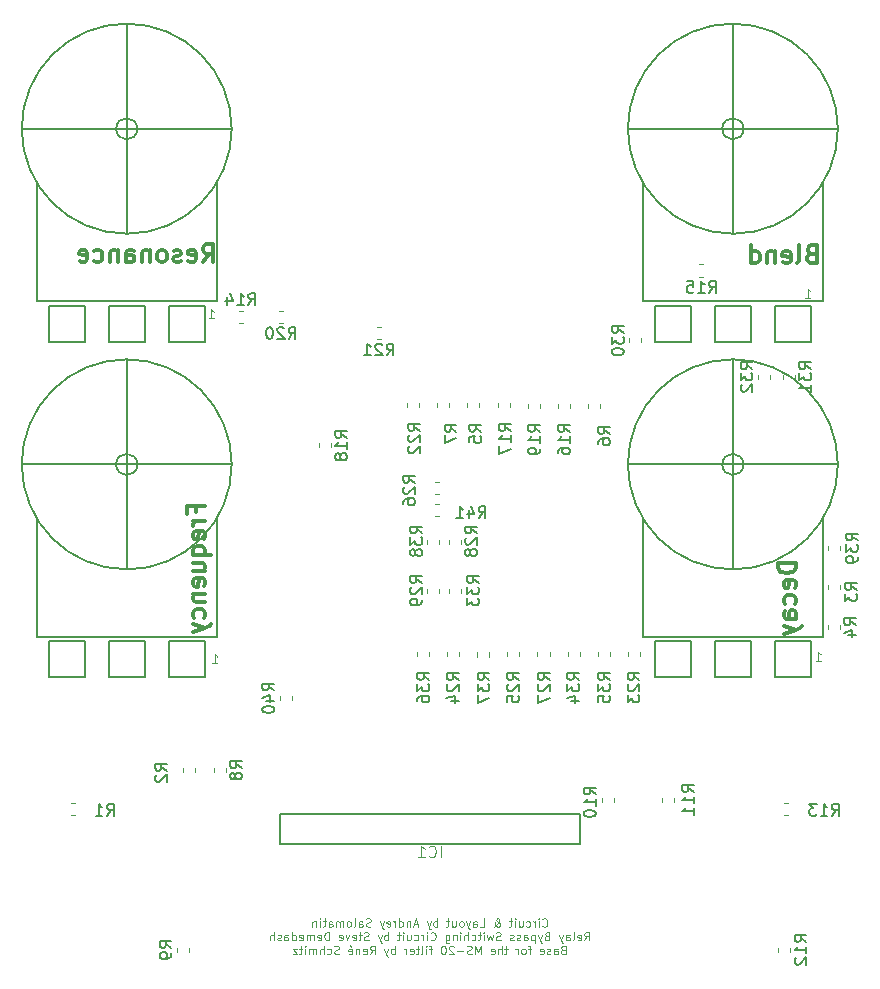
<source format=gbr>
G04 #@! TF.GenerationSoftware,KiCad,Pcbnew,(5.1.5-0-10_14)*
G04 #@! TF.CreationDate,2021-09-10T16:38:47+02:00*
G04 #@! TF.ProjectId,ms20verb,6d733230-7665-4726-922e-6b696361645f,rev?*
G04 #@! TF.SameCoordinates,Original*
G04 #@! TF.FileFunction,Legend,Bot*
G04 #@! TF.FilePolarity,Positive*
%FSLAX46Y46*%
G04 Gerber Fmt 4.6, Leading zero omitted, Abs format (unit mm)*
G04 Created by KiCad (PCBNEW (5.1.5-0-10_14)) date 2021-09-10 16:38:47*
%MOMM*%
%LPD*%
G04 APERTURE LIST*
%ADD10C,0.110000*%
%ADD11C,0.300000*%
%ADD12C,0.120000*%
%ADD13C,0.127000*%
%ADD14C,0.150000*%
%ADD15C,0.097536*%
%ADD16C,0.081280*%
G04 APERTURE END LIST*
D10*
X109533333Y-130990000D02*
X109566666Y-131023333D01*
X109666666Y-131056666D01*
X109733333Y-131056666D01*
X109833333Y-131023333D01*
X109900000Y-130956666D01*
X109933333Y-130890000D01*
X109966666Y-130756666D01*
X109966666Y-130656666D01*
X109933333Y-130523333D01*
X109900000Y-130456666D01*
X109833333Y-130390000D01*
X109733333Y-130356666D01*
X109666666Y-130356666D01*
X109566666Y-130390000D01*
X109533333Y-130423333D01*
X109233333Y-131056666D02*
X109233333Y-130590000D01*
X109233333Y-130356666D02*
X109266666Y-130390000D01*
X109233333Y-130423333D01*
X109200000Y-130390000D01*
X109233333Y-130356666D01*
X109233333Y-130423333D01*
X108900000Y-131056666D02*
X108900000Y-130590000D01*
X108900000Y-130723333D02*
X108866666Y-130656666D01*
X108833333Y-130623333D01*
X108766666Y-130590000D01*
X108700000Y-130590000D01*
X108166666Y-131023333D02*
X108233333Y-131056666D01*
X108366666Y-131056666D01*
X108433333Y-131023333D01*
X108466666Y-130990000D01*
X108500000Y-130923333D01*
X108500000Y-130723333D01*
X108466666Y-130656666D01*
X108433333Y-130623333D01*
X108366666Y-130590000D01*
X108233333Y-130590000D01*
X108166666Y-130623333D01*
X107566666Y-130590000D02*
X107566666Y-131056666D01*
X107866666Y-130590000D02*
X107866666Y-130956666D01*
X107833333Y-131023333D01*
X107766666Y-131056666D01*
X107666666Y-131056666D01*
X107600000Y-131023333D01*
X107566666Y-130990000D01*
X107233333Y-131056666D02*
X107233333Y-130590000D01*
X107233333Y-130356666D02*
X107266666Y-130390000D01*
X107233333Y-130423333D01*
X107200000Y-130390000D01*
X107233333Y-130356666D01*
X107233333Y-130423333D01*
X107000000Y-130590000D02*
X106733333Y-130590000D01*
X106900000Y-130356666D02*
X106900000Y-130956666D01*
X106866666Y-131023333D01*
X106800000Y-131056666D01*
X106733333Y-131056666D01*
X105400000Y-131056666D02*
X105433333Y-131056666D01*
X105500000Y-131023333D01*
X105600000Y-130923333D01*
X105766666Y-130723333D01*
X105833333Y-130623333D01*
X105866666Y-130523333D01*
X105866666Y-130456666D01*
X105833333Y-130390000D01*
X105766666Y-130356666D01*
X105733333Y-130356666D01*
X105666666Y-130390000D01*
X105633333Y-130456666D01*
X105633333Y-130490000D01*
X105666666Y-130556666D01*
X105700000Y-130590000D01*
X105900000Y-130723333D01*
X105933333Y-130756666D01*
X105966666Y-130823333D01*
X105966666Y-130923333D01*
X105933333Y-130990000D01*
X105900000Y-131023333D01*
X105833333Y-131056666D01*
X105733333Y-131056666D01*
X105666666Y-131023333D01*
X105633333Y-130990000D01*
X105533333Y-130856666D01*
X105500000Y-130756666D01*
X105500000Y-130690000D01*
X104233333Y-131056666D02*
X104566666Y-131056666D01*
X104566666Y-130356666D01*
X103700000Y-131056666D02*
X103700000Y-130690000D01*
X103733333Y-130623333D01*
X103800000Y-130590000D01*
X103933333Y-130590000D01*
X104000000Y-130623333D01*
X103700000Y-131023333D02*
X103766666Y-131056666D01*
X103933333Y-131056666D01*
X104000000Y-131023333D01*
X104033333Y-130956666D01*
X104033333Y-130890000D01*
X104000000Y-130823333D01*
X103933333Y-130790000D01*
X103766666Y-130790000D01*
X103700000Y-130756666D01*
X103433333Y-130590000D02*
X103266666Y-131056666D01*
X103100000Y-130590000D02*
X103266666Y-131056666D01*
X103333333Y-131223333D01*
X103366666Y-131256666D01*
X103433333Y-131290000D01*
X102733333Y-131056666D02*
X102800000Y-131023333D01*
X102833333Y-130990000D01*
X102866666Y-130923333D01*
X102866666Y-130723333D01*
X102833333Y-130656666D01*
X102800000Y-130623333D01*
X102733333Y-130590000D01*
X102633333Y-130590000D01*
X102566666Y-130623333D01*
X102533333Y-130656666D01*
X102500000Y-130723333D01*
X102500000Y-130923333D01*
X102533333Y-130990000D01*
X102566666Y-131023333D01*
X102633333Y-131056666D01*
X102733333Y-131056666D01*
X101900000Y-130590000D02*
X101900000Y-131056666D01*
X102200000Y-130590000D02*
X102200000Y-130956666D01*
X102166666Y-131023333D01*
X102100000Y-131056666D01*
X102000000Y-131056666D01*
X101933333Y-131023333D01*
X101900000Y-130990000D01*
X101666666Y-130590000D02*
X101400000Y-130590000D01*
X101566666Y-130356666D02*
X101566666Y-130956666D01*
X101533333Y-131023333D01*
X101466666Y-131056666D01*
X101400000Y-131056666D01*
X100633333Y-131056666D02*
X100633333Y-130356666D01*
X100633333Y-130623333D02*
X100566666Y-130590000D01*
X100433333Y-130590000D01*
X100366666Y-130623333D01*
X100333333Y-130656666D01*
X100300000Y-130723333D01*
X100300000Y-130923333D01*
X100333333Y-130990000D01*
X100366666Y-131023333D01*
X100433333Y-131056666D01*
X100566666Y-131056666D01*
X100633333Y-131023333D01*
X100066666Y-130590000D02*
X99900000Y-131056666D01*
X99733333Y-130590000D02*
X99900000Y-131056666D01*
X99966666Y-131223333D01*
X100000000Y-131256666D01*
X100066666Y-131290000D01*
X98966666Y-130856666D02*
X98633333Y-130856666D01*
X99033333Y-131056666D02*
X98800000Y-130356666D01*
X98566666Y-131056666D01*
X98333333Y-130590000D02*
X98333333Y-131056666D01*
X98333333Y-130656666D02*
X98300000Y-130623333D01*
X98233333Y-130590000D01*
X98133333Y-130590000D01*
X98066666Y-130623333D01*
X98033333Y-130690000D01*
X98033333Y-131056666D01*
X97400000Y-131056666D02*
X97400000Y-130356666D01*
X97400000Y-131023333D02*
X97466666Y-131056666D01*
X97600000Y-131056666D01*
X97666666Y-131023333D01*
X97700000Y-130990000D01*
X97733333Y-130923333D01*
X97733333Y-130723333D01*
X97700000Y-130656666D01*
X97666666Y-130623333D01*
X97600000Y-130590000D01*
X97466666Y-130590000D01*
X97400000Y-130623333D01*
X97066666Y-131056666D02*
X97066666Y-130590000D01*
X97066666Y-130723333D02*
X97033333Y-130656666D01*
X97000000Y-130623333D01*
X96933333Y-130590000D01*
X96866666Y-130590000D01*
X96366666Y-131023333D02*
X96433333Y-131056666D01*
X96566666Y-131056666D01*
X96633333Y-131023333D01*
X96666666Y-130956666D01*
X96666666Y-130690000D01*
X96633333Y-130623333D01*
X96566666Y-130590000D01*
X96433333Y-130590000D01*
X96366666Y-130623333D01*
X96333333Y-130690000D01*
X96333333Y-130756666D01*
X96666666Y-130823333D01*
X96100000Y-130590000D02*
X95933333Y-131056666D01*
X95766666Y-130590000D02*
X95933333Y-131056666D01*
X96000000Y-131223333D01*
X96033333Y-131256666D01*
X96100000Y-131290000D01*
X95000000Y-131023333D02*
X94900000Y-131056666D01*
X94733333Y-131056666D01*
X94666666Y-131023333D01*
X94633333Y-130990000D01*
X94600000Y-130923333D01*
X94600000Y-130856666D01*
X94633333Y-130790000D01*
X94666666Y-130756666D01*
X94733333Y-130723333D01*
X94866666Y-130690000D01*
X94933333Y-130656666D01*
X94966666Y-130623333D01*
X95000000Y-130556666D01*
X95000000Y-130490000D01*
X94966666Y-130423333D01*
X94933333Y-130390000D01*
X94866666Y-130356666D01*
X94700000Y-130356666D01*
X94600000Y-130390000D01*
X94000000Y-131056666D02*
X94000000Y-130690000D01*
X94033333Y-130623333D01*
X94100000Y-130590000D01*
X94233333Y-130590000D01*
X94300000Y-130623333D01*
X94000000Y-131023333D02*
X94066666Y-131056666D01*
X94233333Y-131056666D01*
X94300000Y-131023333D01*
X94333333Y-130956666D01*
X94333333Y-130890000D01*
X94300000Y-130823333D01*
X94233333Y-130790000D01*
X94066666Y-130790000D01*
X94000000Y-130756666D01*
X93566666Y-131056666D02*
X93633333Y-131023333D01*
X93666666Y-130956666D01*
X93666666Y-130356666D01*
X93200000Y-131056666D02*
X93266666Y-131023333D01*
X93300000Y-130990000D01*
X93333333Y-130923333D01*
X93333333Y-130723333D01*
X93300000Y-130656666D01*
X93266666Y-130623333D01*
X93200000Y-130590000D01*
X93100000Y-130590000D01*
X93033333Y-130623333D01*
X93000000Y-130656666D01*
X92966666Y-130723333D01*
X92966666Y-130923333D01*
X93000000Y-130990000D01*
X93033333Y-131023333D01*
X93100000Y-131056666D01*
X93200000Y-131056666D01*
X92666666Y-131056666D02*
X92666666Y-130590000D01*
X92666666Y-130656666D02*
X92633333Y-130623333D01*
X92566666Y-130590000D01*
X92466666Y-130590000D01*
X92400000Y-130623333D01*
X92366666Y-130690000D01*
X92366666Y-131056666D01*
X92366666Y-130690000D02*
X92333333Y-130623333D01*
X92266666Y-130590000D01*
X92166666Y-130590000D01*
X92100000Y-130623333D01*
X92066666Y-130690000D01*
X92066666Y-131056666D01*
X91433333Y-131056666D02*
X91433333Y-130690000D01*
X91466666Y-130623333D01*
X91533333Y-130590000D01*
X91666666Y-130590000D01*
X91733333Y-130623333D01*
X91433333Y-131023333D02*
X91500000Y-131056666D01*
X91666666Y-131056666D01*
X91733333Y-131023333D01*
X91766666Y-130956666D01*
X91766666Y-130890000D01*
X91733333Y-130823333D01*
X91666666Y-130790000D01*
X91500000Y-130790000D01*
X91433333Y-130756666D01*
X91200000Y-130590000D02*
X90933333Y-130590000D01*
X91100000Y-130356666D02*
X91100000Y-130956666D01*
X91066666Y-131023333D01*
X91000000Y-131056666D01*
X90933333Y-131056666D01*
X90700000Y-131056666D02*
X90700000Y-130590000D01*
X90700000Y-130356666D02*
X90733333Y-130390000D01*
X90700000Y-130423333D01*
X90666666Y-130390000D01*
X90700000Y-130356666D01*
X90700000Y-130423333D01*
X90366666Y-130590000D02*
X90366666Y-131056666D01*
X90366666Y-130656666D02*
X90333333Y-130623333D01*
X90266666Y-130590000D01*
X90166666Y-130590000D01*
X90100000Y-130623333D01*
X90066666Y-130690000D01*
X90066666Y-131056666D01*
X113100000Y-132216666D02*
X113333333Y-131883333D01*
X113500000Y-132216666D02*
X113500000Y-131516666D01*
X113233333Y-131516666D01*
X113166666Y-131550000D01*
X113133333Y-131583333D01*
X113100000Y-131650000D01*
X113100000Y-131750000D01*
X113133333Y-131816666D01*
X113166666Y-131850000D01*
X113233333Y-131883333D01*
X113500000Y-131883333D01*
X112533333Y-132183333D02*
X112600000Y-132216666D01*
X112733333Y-132216666D01*
X112800000Y-132183333D01*
X112833333Y-132116666D01*
X112833333Y-131850000D01*
X112800000Y-131783333D01*
X112733333Y-131750000D01*
X112600000Y-131750000D01*
X112533333Y-131783333D01*
X112500000Y-131850000D01*
X112500000Y-131916666D01*
X112833333Y-131983333D01*
X112100000Y-132216666D02*
X112166666Y-132183333D01*
X112200000Y-132116666D01*
X112200000Y-131516666D01*
X111533333Y-132216666D02*
X111533333Y-131850000D01*
X111566666Y-131783333D01*
X111633333Y-131750000D01*
X111766666Y-131750000D01*
X111833333Y-131783333D01*
X111533333Y-132183333D02*
X111600000Y-132216666D01*
X111766666Y-132216666D01*
X111833333Y-132183333D01*
X111866666Y-132116666D01*
X111866666Y-132050000D01*
X111833333Y-131983333D01*
X111766666Y-131950000D01*
X111600000Y-131950000D01*
X111533333Y-131916666D01*
X111266666Y-131750000D02*
X111100000Y-132216666D01*
X110933333Y-131750000D02*
X111100000Y-132216666D01*
X111166666Y-132383333D01*
X111200000Y-132416666D01*
X111266666Y-132450000D01*
X109900000Y-131850000D02*
X109800000Y-131883333D01*
X109766666Y-131916666D01*
X109733333Y-131983333D01*
X109733333Y-132083333D01*
X109766666Y-132150000D01*
X109800000Y-132183333D01*
X109866666Y-132216666D01*
X110133333Y-132216666D01*
X110133333Y-131516666D01*
X109900000Y-131516666D01*
X109833333Y-131550000D01*
X109800000Y-131583333D01*
X109766666Y-131650000D01*
X109766666Y-131716666D01*
X109800000Y-131783333D01*
X109833333Y-131816666D01*
X109900000Y-131850000D01*
X110133333Y-131850000D01*
X109500000Y-131750000D02*
X109333333Y-132216666D01*
X109166666Y-131750000D02*
X109333333Y-132216666D01*
X109400000Y-132383333D01*
X109433333Y-132416666D01*
X109500000Y-132450000D01*
X108900000Y-131750000D02*
X108900000Y-132450000D01*
X108900000Y-131783333D02*
X108833333Y-131750000D01*
X108700000Y-131750000D01*
X108633333Y-131783333D01*
X108600000Y-131816666D01*
X108566666Y-131883333D01*
X108566666Y-132083333D01*
X108600000Y-132150000D01*
X108633333Y-132183333D01*
X108700000Y-132216666D01*
X108833333Y-132216666D01*
X108900000Y-132183333D01*
X107966666Y-132216666D02*
X107966666Y-131850000D01*
X108000000Y-131783333D01*
X108066666Y-131750000D01*
X108200000Y-131750000D01*
X108266666Y-131783333D01*
X107966666Y-132183333D02*
X108033333Y-132216666D01*
X108200000Y-132216666D01*
X108266666Y-132183333D01*
X108300000Y-132116666D01*
X108300000Y-132050000D01*
X108266666Y-131983333D01*
X108200000Y-131950000D01*
X108033333Y-131950000D01*
X107966666Y-131916666D01*
X107666666Y-132183333D02*
X107600000Y-132216666D01*
X107466666Y-132216666D01*
X107400000Y-132183333D01*
X107366666Y-132116666D01*
X107366666Y-132083333D01*
X107400000Y-132016666D01*
X107466666Y-131983333D01*
X107566666Y-131983333D01*
X107633333Y-131950000D01*
X107666666Y-131883333D01*
X107666666Y-131850000D01*
X107633333Y-131783333D01*
X107566666Y-131750000D01*
X107466666Y-131750000D01*
X107400000Y-131783333D01*
X107100000Y-132183333D02*
X107033333Y-132216666D01*
X106900000Y-132216666D01*
X106833333Y-132183333D01*
X106800000Y-132116666D01*
X106800000Y-132083333D01*
X106833333Y-132016666D01*
X106900000Y-131983333D01*
X107000000Y-131983333D01*
X107066666Y-131950000D01*
X107100000Y-131883333D01*
X107100000Y-131850000D01*
X107066666Y-131783333D01*
X107000000Y-131750000D01*
X106900000Y-131750000D01*
X106833333Y-131783333D01*
X106000000Y-132183333D02*
X105900000Y-132216666D01*
X105733333Y-132216666D01*
X105666666Y-132183333D01*
X105633333Y-132150000D01*
X105600000Y-132083333D01*
X105600000Y-132016666D01*
X105633333Y-131950000D01*
X105666666Y-131916666D01*
X105733333Y-131883333D01*
X105866666Y-131850000D01*
X105933333Y-131816666D01*
X105966666Y-131783333D01*
X106000000Y-131716666D01*
X106000000Y-131650000D01*
X105966666Y-131583333D01*
X105933333Y-131550000D01*
X105866666Y-131516666D01*
X105700000Y-131516666D01*
X105600000Y-131550000D01*
X105366666Y-131750000D02*
X105233333Y-132216666D01*
X105100000Y-131883333D01*
X104966666Y-132216666D01*
X104833333Y-131750000D01*
X104566666Y-132216666D02*
X104566666Y-131750000D01*
X104566666Y-131516666D02*
X104600000Y-131550000D01*
X104566666Y-131583333D01*
X104533333Y-131550000D01*
X104566666Y-131516666D01*
X104566666Y-131583333D01*
X104333333Y-131750000D02*
X104066666Y-131750000D01*
X104233333Y-131516666D02*
X104233333Y-132116666D01*
X104200000Y-132183333D01*
X104133333Y-132216666D01*
X104066666Y-132216666D01*
X103533333Y-132183333D02*
X103600000Y-132216666D01*
X103733333Y-132216666D01*
X103800000Y-132183333D01*
X103833333Y-132150000D01*
X103866666Y-132083333D01*
X103866666Y-131883333D01*
X103833333Y-131816666D01*
X103800000Y-131783333D01*
X103733333Y-131750000D01*
X103600000Y-131750000D01*
X103533333Y-131783333D01*
X103233333Y-132216666D02*
X103233333Y-131516666D01*
X102933333Y-132216666D02*
X102933333Y-131850000D01*
X102966666Y-131783333D01*
X103033333Y-131750000D01*
X103133333Y-131750000D01*
X103200000Y-131783333D01*
X103233333Y-131816666D01*
X102600000Y-132216666D02*
X102600000Y-131750000D01*
X102600000Y-131516666D02*
X102633333Y-131550000D01*
X102600000Y-131583333D01*
X102566666Y-131550000D01*
X102600000Y-131516666D01*
X102600000Y-131583333D01*
X102266666Y-131750000D02*
X102266666Y-132216666D01*
X102266666Y-131816666D02*
X102233333Y-131783333D01*
X102166666Y-131750000D01*
X102066666Y-131750000D01*
X102000000Y-131783333D01*
X101966666Y-131850000D01*
X101966666Y-132216666D01*
X101333333Y-131750000D02*
X101333333Y-132316666D01*
X101366666Y-132383333D01*
X101400000Y-132416666D01*
X101466666Y-132450000D01*
X101566666Y-132450000D01*
X101633333Y-132416666D01*
X101333333Y-132183333D02*
X101400000Y-132216666D01*
X101533333Y-132216666D01*
X101600000Y-132183333D01*
X101633333Y-132150000D01*
X101666666Y-132083333D01*
X101666666Y-131883333D01*
X101633333Y-131816666D01*
X101600000Y-131783333D01*
X101533333Y-131750000D01*
X101400000Y-131750000D01*
X101333333Y-131783333D01*
X100066666Y-132150000D02*
X100100000Y-132183333D01*
X100200000Y-132216666D01*
X100266666Y-132216666D01*
X100366666Y-132183333D01*
X100433333Y-132116666D01*
X100466666Y-132050000D01*
X100500000Y-131916666D01*
X100500000Y-131816666D01*
X100466666Y-131683333D01*
X100433333Y-131616666D01*
X100366666Y-131550000D01*
X100266666Y-131516666D01*
X100200000Y-131516666D01*
X100100000Y-131550000D01*
X100066666Y-131583333D01*
X99766666Y-132216666D02*
X99766666Y-131750000D01*
X99766666Y-131516666D02*
X99800000Y-131550000D01*
X99766666Y-131583333D01*
X99733333Y-131550000D01*
X99766666Y-131516666D01*
X99766666Y-131583333D01*
X99433333Y-132216666D02*
X99433333Y-131750000D01*
X99433333Y-131883333D02*
X99400000Y-131816666D01*
X99366666Y-131783333D01*
X99300000Y-131750000D01*
X99233333Y-131750000D01*
X98700000Y-132183333D02*
X98766666Y-132216666D01*
X98900000Y-132216666D01*
X98966666Y-132183333D01*
X99000000Y-132150000D01*
X99033333Y-132083333D01*
X99033333Y-131883333D01*
X99000000Y-131816666D01*
X98966666Y-131783333D01*
X98900000Y-131750000D01*
X98766666Y-131750000D01*
X98700000Y-131783333D01*
X98100000Y-131750000D02*
X98100000Y-132216666D01*
X98400000Y-131750000D02*
X98400000Y-132116666D01*
X98366666Y-132183333D01*
X98300000Y-132216666D01*
X98200000Y-132216666D01*
X98133333Y-132183333D01*
X98100000Y-132150000D01*
X97766666Y-132216666D02*
X97766666Y-131750000D01*
X97766666Y-131516666D02*
X97800000Y-131550000D01*
X97766666Y-131583333D01*
X97733333Y-131550000D01*
X97766666Y-131516666D01*
X97766666Y-131583333D01*
X97533333Y-131750000D02*
X97266666Y-131750000D01*
X97433333Y-131516666D02*
X97433333Y-132116666D01*
X97400000Y-132183333D01*
X97333333Y-132216666D01*
X97266666Y-132216666D01*
X96500000Y-132216666D02*
X96500000Y-131516666D01*
X96500000Y-131783333D02*
X96433333Y-131750000D01*
X96300000Y-131750000D01*
X96233333Y-131783333D01*
X96200000Y-131816666D01*
X96166666Y-131883333D01*
X96166666Y-132083333D01*
X96200000Y-132150000D01*
X96233333Y-132183333D01*
X96300000Y-132216666D01*
X96433333Y-132216666D01*
X96500000Y-132183333D01*
X95933333Y-131750000D02*
X95766666Y-132216666D01*
X95600000Y-131750000D02*
X95766666Y-132216666D01*
X95833333Y-132383333D01*
X95866666Y-132416666D01*
X95933333Y-132450000D01*
X94833333Y-132183333D02*
X94733333Y-132216666D01*
X94566666Y-132216666D01*
X94500000Y-132183333D01*
X94466666Y-132150000D01*
X94433333Y-132083333D01*
X94433333Y-132016666D01*
X94466666Y-131950000D01*
X94500000Y-131916666D01*
X94566666Y-131883333D01*
X94700000Y-131850000D01*
X94766666Y-131816666D01*
X94800000Y-131783333D01*
X94833333Y-131716666D01*
X94833333Y-131650000D01*
X94800000Y-131583333D01*
X94766666Y-131550000D01*
X94700000Y-131516666D01*
X94533333Y-131516666D01*
X94433333Y-131550000D01*
X94233333Y-131750000D02*
X93966666Y-131750000D01*
X94133333Y-131516666D02*
X94133333Y-132116666D01*
X94100000Y-132183333D01*
X94033333Y-132216666D01*
X93966666Y-132216666D01*
X93466666Y-132183333D02*
X93533333Y-132216666D01*
X93666666Y-132216666D01*
X93733333Y-132183333D01*
X93766666Y-132116666D01*
X93766666Y-131850000D01*
X93733333Y-131783333D01*
X93666666Y-131750000D01*
X93533333Y-131750000D01*
X93466666Y-131783333D01*
X93433333Y-131850000D01*
X93433333Y-131916666D01*
X93766666Y-131983333D01*
X93200000Y-131750000D02*
X93033333Y-132216666D01*
X92866666Y-131750000D01*
X92333333Y-132183333D02*
X92400000Y-132216666D01*
X92533333Y-132216666D01*
X92600000Y-132183333D01*
X92633333Y-132116666D01*
X92633333Y-131850000D01*
X92600000Y-131783333D01*
X92533333Y-131750000D01*
X92400000Y-131750000D01*
X92333333Y-131783333D01*
X92300000Y-131850000D01*
X92300000Y-131916666D01*
X92633333Y-131983333D01*
X91466666Y-132216666D02*
X91466666Y-131516666D01*
X91300000Y-131516666D01*
X91200000Y-131550000D01*
X91133333Y-131616666D01*
X91100000Y-131683333D01*
X91066666Y-131816666D01*
X91066666Y-131916666D01*
X91100000Y-132050000D01*
X91133333Y-132116666D01*
X91200000Y-132183333D01*
X91300000Y-132216666D01*
X91466666Y-132216666D01*
X90500000Y-132183333D02*
X90566666Y-132216666D01*
X90700000Y-132216666D01*
X90766666Y-132183333D01*
X90800000Y-132116666D01*
X90800000Y-131850000D01*
X90766666Y-131783333D01*
X90700000Y-131750000D01*
X90566666Y-131750000D01*
X90500000Y-131783333D01*
X90466666Y-131850000D01*
X90466666Y-131916666D01*
X90800000Y-131983333D01*
X90166666Y-132216666D02*
X90166666Y-131750000D01*
X90166666Y-131816666D02*
X90133333Y-131783333D01*
X90066666Y-131750000D01*
X89966666Y-131750000D01*
X89900000Y-131783333D01*
X89866666Y-131850000D01*
X89866666Y-132216666D01*
X89866666Y-131850000D02*
X89833333Y-131783333D01*
X89766666Y-131750000D01*
X89666666Y-131750000D01*
X89600000Y-131783333D01*
X89566666Y-131850000D01*
X89566666Y-132216666D01*
X88966666Y-132183333D02*
X89033333Y-132216666D01*
X89166666Y-132216666D01*
X89233333Y-132183333D01*
X89266666Y-132116666D01*
X89266666Y-131850000D01*
X89233333Y-131783333D01*
X89166666Y-131750000D01*
X89033333Y-131750000D01*
X88966666Y-131783333D01*
X88933333Y-131850000D01*
X88933333Y-131916666D01*
X89266666Y-131983333D01*
X88333333Y-132216666D02*
X88333333Y-131516666D01*
X88333333Y-132183333D02*
X88400000Y-132216666D01*
X88533333Y-132216666D01*
X88600000Y-132183333D01*
X88633333Y-132150000D01*
X88666666Y-132083333D01*
X88666666Y-131883333D01*
X88633333Y-131816666D01*
X88600000Y-131783333D01*
X88533333Y-131750000D01*
X88400000Y-131750000D01*
X88333333Y-131783333D01*
X87700000Y-132216666D02*
X87700000Y-131850000D01*
X87733333Y-131783333D01*
X87800000Y-131750000D01*
X87933333Y-131750000D01*
X88000000Y-131783333D01*
X87700000Y-132183333D02*
X87766666Y-132216666D01*
X87933333Y-132216666D01*
X88000000Y-132183333D01*
X88033333Y-132116666D01*
X88033333Y-132050000D01*
X88000000Y-131983333D01*
X87933333Y-131950000D01*
X87766666Y-131950000D01*
X87700000Y-131916666D01*
X87400000Y-132183333D02*
X87333333Y-132216666D01*
X87200000Y-132216666D01*
X87133333Y-132183333D01*
X87100000Y-132116666D01*
X87100000Y-132083333D01*
X87133333Y-132016666D01*
X87200000Y-131983333D01*
X87300000Y-131983333D01*
X87366666Y-131950000D01*
X87400000Y-131883333D01*
X87400000Y-131850000D01*
X87366666Y-131783333D01*
X87300000Y-131750000D01*
X87200000Y-131750000D01*
X87133333Y-131783333D01*
X86800000Y-132216666D02*
X86800000Y-131516666D01*
X86500000Y-132216666D02*
X86500000Y-131850000D01*
X86533333Y-131783333D01*
X86600000Y-131750000D01*
X86700000Y-131750000D01*
X86766666Y-131783333D01*
X86800000Y-131816666D01*
X111283333Y-133010000D02*
X111183333Y-133043333D01*
X111150000Y-133076666D01*
X111116666Y-133143333D01*
X111116666Y-133243333D01*
X111150000Y-133310000D01*
X111183333Y-133343333D01*
X111250000Y-133376666D01*
X111516666Y-133376666D01*
X111516666Y-132676666D01*
X111283333Y-132676666D01*
X111216666Y-132710000D01*
X111183333Y-132743333D01*
X111150000Y-132810000D01*
X111150000Y-132876666D01*
X111183333Y-132943333D01*
X111216666Y-132976666D01*
X111283333Y-133010000D01*
X111516666Y-133010000D01*
X110516666Y-133376666D02*
X110516666Y-133010000D01*
X110550000Y-132943333D01*
X110616666Y-132910000D01*
X110750000Y-132910000D01*
X110816666Y-132943333D01*
X110516666Y-133343333D02*
X110583333Y-133376666D01*
X110750000Y-133376666D01*
X110816666Y-133343333D01*
X110850000Y-133276666D01*
X110850000Y-133210000D01*
X110816666Y-133143333D01*
X110750000Y-133110000D01*
X110583333Y-133110000D01*
X110516666Y-133076666D01*
X110216666Y-133343333D02*
X110150000Y-133376666D01*
X110016666Y-133376666D01*
X109950000Y-133343333D01*
X109916666Y-133276666D01*
X109916666Y-133243333D01*
X109950000Y-133176666D01*
X110016666Y-133143333D01*
X110116666Y-133143333D01*
X110183333Y-133110000D01*
X110216666Y-133043333D01*
X110216666Y-133010000D01*
X110183333Y-132943333D01*
X110116666Y-132910000D01*
X110016666Y-132910000D01*
X109950000Y-132943333D01*
X109350000Y-133343333D02*
X109416666Y-133376666D01*
X109550000Y-133376666D01*
X109616666Y-133343333D01*
X109650000Y-133276666D01*
X109650000Y-133010000D01*
X109616666Y-132943333D01*
X109550000Y-132910000D01*
X109416666Y-132910000D01*
X109350000Y-132943333D01*
X109316666Y-133010000D01*
X109316666Y-133076666D01*
X109650000Y-133143333D01*
X108583333Y-132910000D02*
X108316666Y-132910000D01*
X108483333Y-133376666D02*
X108483333Y-132776666D01*
X108450000Y-132710000D01*
X108383333Y-132676666D01*
X108316666Y-132676666D01*
X107983333Y-133376666D02*
X108050000Y-133343333D01*
X108083333Y-133310000D01*
X108116666Y-133243333D01*
X108116666Y-133043333D01*
X108083333Y-132976666D01*
X108050000Y-132943333D01*
X107983333Y-132910000D01*
X107883333Y-132910000D01*
X107816666Y-132943333D01*
X107783333Y-132976666D01*
X107750000Y-133043333D01*
X107750000Y-133243333D01*
X107783333Y-133310000D01*
X107816666Y-133343333D01*
X107883333Y-133376666D01*
X107983333Y-133376666D01*
X107450000Y-133376666D02*
X107450000Y-132910000D01*
X107450000Y-133043333D02*
X107416666Y-132976666D01*
X107383333Y-132943333D01*
X107316666Y-132910000D01*
X107250000Y-132910000D01*
X106583333Y-132910000D02*
X106316666Y-132910000D01*
X106483333Y-132676666D02*
X106483333Y-133276666D01*
X106450000Y-133343333D01*
X106383333Y-133376666D01*
X106316666Y-133376666D01*
X106083333Y-133376666D02*
X106083333Y-132676666D01*
X105783333Y-133376666D02*
X105783333Y-133010000D01*
X105816666Y-132943333D01*
X105883333Y-132910000D01*
X105983333Y-132910000D01*
X106050000Y-132943333D01*
X106083333Y-132976666D01*
X105183333Y-133343333D02*
X105250000Y-133376666D01*
X105383333Y-133376666D01*
X105450000Y-133343333D01*
X105483333Y-133276666D01*
X105483333Y-133010000D01*
X105450000Y-132943333D01*
X105383333Y-132910000D01*
X105250000Y-132910000D01*
X105183333Y-132943333D01*
X105150000Y-133010000D01*
X105150000Y-133076666D01*
X105483333Y-133143333D01*
X104316666Y-133376666D02*
X104316666Y-132676666D01*
X104083333Y-133176666D01*
X103850000Y-132676666D01*
X103850000Y-133376666D01*
X103550000Y-133343333D02*
X103450000Y-133376666D01*
X103283333Y-133376666D01*
X103216666Y-133343333D01*
X103183333Y-133310000D01*
X103150000Y-133243333D01*
X103150000Y-133176666D01*
X103183333Y-133110000D01*
X103216666Y-133076666D01*
X103283333Y-133043333D01*
X103416666Y-133010000D01*
X103483333Y-132976666D01*
X103516666Y-132943333D01*
X103550000Y-132876666D01*
X103550000Y-132810000D01*
X103516666Y-132743333D01*
X103483333Y-132710000D01*
X103416666Y-132676666D01*
X103250000Y-132676666D01*
X103150000Y-132710000D01*
X102850000Y-133110000D02*
X102316666Y-133110000D01*
X102016666Y-132743333D02*
X101983333Y-132710000D01*
X101916666Y-132676666D01*
X101750000Y-132676666D01*
X101683333Y-132710000D01*
X101650000Y-132743333D01*
X101616666Y-132810000D01*
X101616666Y-132876666D01*
X101650000Y-132976666D01*
X102050000Y-133376666D01*
X101616666Y-133376666D01*
X101183333Y-132676666D02*
X101116666Y-132676666D01*
X101050000Y-132710000D01*
X101016666Y-132743333D01*
X100983333Y-132810000D01*
X100950000Y-132943333D01*
X100950000Y-133110000D01*
X100983333Y-133243333D01*
X101016666Y-133310000D01*
X101050000Y-133343333D01*
X101116666Y-133376666D01*
X101183333Y-133376666D01*
X101250000Y-133343333D01*
X101283333Y-133310000D01*
X101316666Y-133243333D01*
X101350000Y-133110000D01*
X101350000Y-132943333D01*
X101316666Y-132810000D01*
X101283333Y-132743333D01*
X101250000Y-132710000D01*
X101183333Y-132676666D01*
X100216666Y-132910000D02*
X99950000Y-132910000D01*
X100116666Y-133376666D02*
X100116666Y-132776666D01*
X100083333Y-132710000D01*
X100016666Y-132676666D01*
X99950000Y-132676666D01*
X99716666Y-133376666D02*
X99716666Y-132910000D01*
X99716666Y-132676666D02*
X99750000Y-132710000D01*
X99716666Y-132743333D01*
X99683333Y-132710000D01*
X99716666Y-132676666D01*
X99716666Y-132743333D01*
X99283333Y-133376666D02*
X99350000Y-133343333D01*
X99383333Y-133276666D01*
X99383333Y-132676666D01*
X99116666Y-132910000D02*
X98850000Y-132910000D01*
X99016666Y-132676666D02*
X99016666Y-133276666D01*
X98983333Y-133343333D01*
X98916666Y-133376666D01*
X98850000Y-133376666D01*
X98350000Y-133343333D02*
X98416666Y-133376666D01*
X98550000Y-133376666D01*
X98616666Y-133343333D01*
X98650000Y-133276666D01*
X98650000Y-133010000D01*
X98616666Y-132943333D01*
X98550000Y-132910000D01*
X98416666Y-132910000D01*
X98350000Y-132943333D01*
X98316666Y-133010000D01*
X98316666Y-133076666D01*
X98650000Y-133143333D01*
X98016666Y-133376666D02*
X98016666Y-132910000D01*
X98016666Y-133043333D02*
X97983333Y-132976666D01*
X97950000Y-132943333D01*
X97883333Y-132910000D01*
X97816666Y-132910000D01*
X97050000Y-133376666D02*
X97050000Y-132676666D01*
X97050000Y-132943333D02*
X96983333Y-132910000D01*
X96850000Y-132910000D01*
X96783333Y-132943333D01*
X96750000Y-132976666D01*
X96716666Y-133043333D01*
X96716666Y-133243333D01*
X96750000Y-133310000D01*
X96783333Y-133343333D01*
X96850000Y-133376666D01*
X96983333Y-133376666D01*
X97050000Y-133343333D01*
X96483333Y-132910000D02*
X96316666Y-133376666D01*
X96150000Y-132910000D02*
X96316666Y-133376666D01*
X96383333Y-133543333D01*
X96416666Y-133576666D01*
X96483333Y-133610000D01*
X94950000Y-133376666D02*
X95183333Y-133043333D01*
X95350000Y-133376666D02*
X95350000Y-132676666D01*
X95083333Y-132676666D01*
X95016666Y-132710000D01*
X94983333Y-132743333D01*
X94950000Y-132810000D01*
X94950000Y-132910000D01*
X94983333Y-132976666D01*
X95016666Y-133010000D01*
X95083333Y-133043333D01*
X95350000Y-133043333D01*
X94383333Y-133343333D02*
X94450000Y-133376666D01*
X94583333Y-133376666D01*
X94650000Y-133343333D01*
X94683333Y-133276666D01*
X94683333Y-133010000D01*
X94650000Y-132943333D01*
X94583333Y-132910000D01*
X94450000Y-132910000D01*
X94383333Y-132943333D01*
X94350000Y-133010000D01*
X94350000Y-133076666D01*
X94683333Y-133143333D01*
X94050000Y-132910000D02*
X94050000Y-133376666D01*
X94050000Y-132976666D02*
X94016666Y-132943333D01*
X93950000Y-132910000D01*
X93850000Y-132910000D01*
X93783333Y-132943333D01*
X93750000Y-133010000D01*
X93750000Y-133376666D01*
X93150000Y-133343333D02*
X93216666Y-133376666D01*
X93350000Y-133376666D01*
X93416666Y-133343333D01*
X93450000Y-133276666D01*
X93450000Y-133010000D01*
X93416666Y-132943333D01*
X93350000Y-132910000D01*
X93216666Y-132910000D01*
X93150000Y-132943333D01*
X93116666Y-133010000D01*
X93116666Y-133076666D01*
X93450000Y-133143333D01*
X93216666Y-132643333D02*
X93316666Y-132743333D01*
X92316666Y-133343333D02*
X92216666Y-133376666D01*
X92050000Y-133376666D01*
X91983333Y-133343333D01*
X91950000Y-133310000D01*
X91916666Y-133243333D01*
X91916666Y-133176666D01*
X91950000Y-133110000D01*
X91983333Y-133076666D01*
X92050000Y-133043333D01*
X92183333Y-133010000D01*
X92250000Y-132976666D01*
X92283333Y-132943333D01*
X92316666Y-132876666D01*
X92316666Y-132810000D01*
X92283333Y-132743333D01*
X92250000Y-132710000D01*
X92183333Y-132676666D01*
X92016666Y-132676666D01*
X91916666Y-132710000D01*
X91316666Y-133343333D02*
X91383333Y-133376666D01*
X91516666Y-133376666D01*
X91583333Y-133343333D01*
X91616666Y-133310000D01*
X91650000Y-133243333D01*
X91650000Y-133043333D01*
X91616666Y-132976666D01*
X91583333Y-132943333D01*
X91516666Y-132910000D01*
X91383333Y-132910000D01*
X91316666Y-132943333D01*
X91016666Y-133376666D02*
X91016666Y-132676666D01*
X90716666Y-133376666D02*
X90716666Y-133010000D01*
X90750000Y-132943333D01*
X90816666Y-132910000D01*
X90916666Y-132910000D01*
X90983333Y-132943333D01*
X91016666Y-132976666D01*
X90383333Y-133376666D02*
X90383333Y-132910000D01*
X90383333Y-132976666D02*
X90350000Y-132943333D01*
X90283333Y-132910000D01*
X90183333Y-132910000D01*
X90116666Y-132943333D01*
X90083333Y-133010000D01*
X90083333Y-133376666D01*
X90083333Y-133010000D02*
X90050000Y-132943333D01*
X89983333Y-132910000D01*
X89883333Y-132910000D01*
X89816666Y-132943333D01*
X89783333Y-133010000D01*
X89783333Y-133376666D01*
X89450000Y-133376666D02*
X89450000Y-132910000D01*
X89450000Y-132676666D02*
X89483333Y-132710000D01*
X89450000Y-132743333D01*
X89416666Y-132710000D01*
X89450000Y-132676666D01*
X89450000Y-132743333D01*
X89216666Y-132910000D02*
X88950000Y-132910000D01*
X89116666Y-132676666D02*
X89116666Y-133276666D01*
X89083333Y-133343333D01*
X89016666Y-133376666D01*
X88950000Y-133376666D01*
X88783333Y-132910000D02*
X88416666Y-132910000D01*
X88783333Y-133376666D01*
X88416666Y-133376666D01*
D11*
X130978571Y-100271428D02*
X129478571Y-100271428D01*
X129478571Y-100628571D01*
X129550000Y-100842857D01*
X129692857Y-100985714D01*
X129835714Y-101057142D01*
X130121428Y-101128571D01*
X130335714Y-101128571D01*
X130621428Y-101057142D01*
X130764285Y-100985714D01*
X130907142Y-100842857D01*
X130978571Y-100628571D01*
X130978571Y-100271428D01*
X130907142Y-102342857D02*
X130978571Y-102200000D01*
X130978571Y-101914285D01*
X130907142Y-101771428D01*
X130764285Y-101700000D01*
X130192857Y-101700000D01*
X130050000Y-101771428D01*
X129978571Y-101914285D01*
X129978571Y-102200000D01*
X130050000Y-102342857D01*
X130192857Y-102414285D01*
X130335714Y-102414285D01*
X130478571Y-101700000D01*
X130907142Y-103700000D02*
X130978571Y-103557142D01*
X130978571Y-103271428D01*
X130907142Y-103128571D01*
X130835714Y-103057142D01*
X130692857Y-102985714D01*
X130264285Y-102985714D01*
X130121428Y-103057142D01*
X130050000Y-103128571D01*
X129978571Y-103271428D01*
X129978571Y-103557142D01*
X130050000Y-103700000D01*
X130978571Y-104985714D02*
X130192857Y-104985714D01*
X130050000Y-104914285D01*
X129978571Y-104771428D01*
X129978571Y-104485714D01*
X130050000Y-104342857D01*
X130907142Y-104985714D02*
X130978571Y-104842857D01*
X130978571Y-104485714D01*
X130907142Y-104342857D01*
X130764285Y-104271428D01*
X130621428Y-104271428D01*
X130478571Y-104342857D01*
X130407142Y-104485714D01*
X130407142Y-104842857D01*
X130335714Y-104985714D01*
X129978571Y-105557142D02*
X130978571Y-105914285D01*
X129978571Y-106271428D02*
X130978571Y-105914285D01*
X131335714Y-105771428D01*
X131407142Y-105700000D01*
X131478571Y-105557142D01*
X80192857Y-95914285D02*
X80192857Y-95414285D01*
X80978571Y-95414285D02*
X79478571Y-95414285D01*
X79478571Y-96128571D01*
X80978571Y-96700000D02*
X79978571Y-96700000D01*
X80264285Y-96700000D02*
X80121428Y-96771428D01*
X80050000Y-96842857D01*
X79978571Y-96985714D01*
X79978571Y-97128571D01*
X80907142Y-98200000D02*
X80978571Y-98057142D01*
X80978571Y-97771428D01*
X80907142Y-97628571D01*
X80764285Y-97557142D01*
X80192857Y-97557142D01*
X80050000Y-97628571D01*
X79978571Y-97771428D01*
X79978571Y-98057142D01*
X80050000Y-98200000D01*
X80192857Y-98271428D01*
X80335714Y-98271428D01*
X80478571Y-97557142D01*
X79978571Y-99557142D02*
X81478571Y-99557142D01*
X80907142Y-99557142D02*
X80978571Y-99414285D01*
X80978571Y-99128571D01*
X80907142Y-98985714D01*
X80835714Y-98914285D01*
X80692857Y-98842857D01*
X80264285Y-98842857D01*
X80121428Y-98914285D01*
X80050000Y-98985714D01*
X79978571Y-99128571D01*
X79978571Y-99414285D01*
X80050000Y-99557142D01*
X79978571Y-100914285D02*
X80978571Y-100914285D01*
X79978571Y-100271428D02*
X80764285Y-100271428D01*
X80907142Y-100342857D01*
X80978571Y-100485714D01*
X80978571Y-100700000D01*
X80907142Y-100842857D01*
X80835714Y-100914285D01*
X80907142Y-102200000D02*
X80978571Y-102057142D01*
X80978571Y-101771428D01*
X80907142Y-101628571D01*
X80764285Y-101557142D01*
X80192857Y-101557142D01*
X80050000Y-101628571D01*
X79978571Y-101771428D01*
X79978571Y-102057142D01*
X80050000Y-102200000D01*
X80192857Y-102271428D01*
X80335714Y-102271428D01*
X80478571Y-101557142D01*
X79978571Y-102914285D02*
X80978571Y-102914285D01*
X80121428Y-102914285D02*
X80050000Y-102985714D01*
X79978571Y-103128571D01*
X79978571Y-103342857D01*
X80050000Y-103485714D01*
X80192857Y-103557142D01*
X80978571Y-103557142D01*
X80907142Y-104914285D02*
X80978571Y-104771428D01*
X80978571Y-104485714D01*
X80907142Y-104342857D01*
X80835714Y-104271428D01*
X80692857Y-104200000D01*
X80264285Y-104200000D01*
X80121428Y-104271428D01*
X80050000Y-104342857D01*
X79978571Y-104485714D01*
X79978571Y-104771428D01*
X80050000Y-104914285D01*
X79978571Y-105414285D02*
X80978571Y-105771428D01*
X79978571Y-106128571D02*
X80978571Y-105771428D01*
X81335714Y-105628571D01*
X81407142Y-105557142D01*
X81478571Y-105414285D01*
X80785714Y-74778571D02*
X81285714Y-74064285D01*
X81642857Y-74778571D02*
X81642857Y-73278571D01*
X81071428Y-73278571D01*
X80928571Y-73350000D01*
X80857142Y-73421428D01*
X80785714Y-73564285D01*
X80785714Y-73778571D01*
X80857142Y-73921428D01*
X80928571Y-73992857D01*
X81071428Y-74064285D01*
X81642857Y-74064285D01*
X79571428Y-74707142D02*
X79714285Y-74778571D01*
X80000000Y-74778571D01*
X80142857Y-74707142D01*
X80214285Y-74564285D01*
X80214285Y-73992857D01*
X80142857Y-73850000D01*
X80000000Y-73778571D01*
X79714285Y-73778571D01*
X79571428Y-73850000D01*
X79500000Y-73992857D01*
X79500000Y-74135714D01*
X80214285Y-74278571D01*
X78928571Y-74707142D02*
X78785714Y-74778571D01*
X78500000Y-74778571D01*
X78357142Y-74707142D01*
X78285714Y-74564285D01*
X78285714Y-74492857D01*
X78357142Y-74350000D01*
X78500000Y-74278571D01*
X78714285Y-74278571D01*
X78857142Y-74207142D01*
X78928571Y-74064285D01*
X78928571Y-73992857D01*
X78857142Y-73850000D01*
X78714285Y-73778571D01*
X78500000Y-73778571D01*
X78357142Y-73850000D01*
X77428571Y-74778571D02*
X77571428Y-74707142D01*
X77642857Y-74635714D01*
X77714285Y-74492857D01*
X77714285Y-74064285D01*
X77642857Y-73921428D01*
X77571428Y-73850000D01*
X77428571Y-73778571D01*
X77214285Y-73778571D01*
X77071428Y-73850000D01*
X77000000Y-73921428D01*
X76928571Y-74064285D01*
X76928571Y-74492857D01*
X77000000Y-74635714D01*
X77071428Y-74707142D01*
X77214285Y-74778571D01*
X77428571Y-74778571D01*
X76285714Y-73778571D02*
X76285714Y-74778571D01*
X76285714Y-73921428D02*
X76214285Y-73850000D01*
X76071428Y-73778571D01*
X75857142Y-73778571D01*
X75714285Y-73850000D01*
X75642857Y-73992857D01*
X75642857Y-74778571D01*
X74285714Y-74778571D02*
X74285714Y-73992857D01*
X74357142Y-73850000D01*
X74500000Y-73778571D01*
X74785714Y-73778571D01*
X74928571Y-73850000D01*
X74285714Y-74707142D02*
X74428571Y-74778571D01*
X74785714Y-74778571D01*
X74928571Y-74707142D01*
X75000000Y-74564285D01*
X75000000Y-74421428D01*
X74928571Y-74278571D01*
X74785714Y-74207142D01*
X74428571Y-74207142D01*
X74285714Y-74135714D01*
X73571428Y-73778571D02*
X73571428Y-74778571D01*
X73571428Y-73921428D02*
X73500000Y-73850000D01*
X73357142Y-73778571D01*
X73142857Y-73778571D01*
X73000000Y-73850000D01*
X72928571Y-73992857D01*
X72928571Y-74778571D01*
X71571428Y-74707142D02*
X71714285Y-74778571D01*
X72000000Y-74778571D01*
X72142857Y-74707142D01*
X72214285Y-74635714D01*
X72285714Y-74492857D01*
X72285714Y-74064285D01*
X72214285Y-73921428D01*
X72142857Y-73850000D01*
X72000000Y-73778571D01*
X71714285Y-73778571D01*
X71571428Y-73850000D01*
X70357142Y-74707142D02*
X70500000Y-74778571D01*
X70785714Y-74778571D01*
X70928571Y-74707142D01*
X71000000Y-74564285D01*
X71000000Y-73992857D01*
X70928571Y-73850000D01*
X70785714Y-73778571D01*
X70500000Y-73778571D01*
X70357142Y-73850000D01*
X70285714Y-73992857D01*
X70285714Y-74135714D01*
X71000000Y-74278571D01*
X132285714Y-74092857D02*
X132071428Y-74164285D01*
X132000000Y-74235714D01*
X131928571Y-74378571D01*
X131928571Y-74592857D01*
X132000000Y-74735714D01*
X132071428Y-74807142D01*
X132214285Y-74878571D01*
X132785714Y-74878571D01*
X132785714Y-73378571D01*
X132285714Y-73378571D01*
X132142857Y-73450000D01*
X132071428Y-73521428D01*
X132000000Y-73664285D01*
X132000000Y-73807142D01*
X132071428Y-73950000D01*
X132142857Y-74021428D01*
X132285714Y-74092857D01*
X132785714Y-74092857D01*
X131071428Y-74878571D02*
X131214285Y-74807142D01*
X131285714Y-74664285D01*
X131285714Y-73378571D01*
X129928571Y-74807142D02*
X130071428Y-74878571D01*
X130357142Y-74878571D01*
X130500000Y-74807142D01*
X130571428Y-74664285D01*
X130571428Y-74092857D01*
X130500000Y-73950000D01*
X130357142Y-73878571D01*
X130071428Y-73878571D01*
X129928571Y-73950000D01*
X129857142Y-74092857D01*
X129857142Y-74235714D01*
X130571428Y-74378571D01*
X129214285Y-73878571D02*
X129214285Y-74878571D01*
X129214285Y-74021428D02*
X129142857Y-73950000D01*
X129000000Y-73878571D01*
X128785714Y-73878571D01*
X128642857Y-73950000D01*
X128571428Y-74092857D01*
X128571428Y-74878571D01*
X127214285Y-74878571D02*
X127214285Y-73378571D01*
X127214285Y-74807142D02*
X127357142Y-74878571D01*
X127642857Y-74878571D01*
X127785714Y-74807142D01*
X127857142Y-74735714D01*
X127928571Y-74592857D01*
X127928571Y-74164285D01*
X127857142Y-74021428D01*
X127785714Y-73950000D01*
X127642857Y-73878571D01*
X127357142Y-73878571D01*
X127214285Y-73950000D01*
D12*
X100758767Y-96310000D02*
X100416233Y-96310000D01*
X100758767Y-95290000D02*
X100416233Y-95290000D01*
X88310000Y-111528733D02*
X88310000Y-111871267D01*
X87290000Y-111528733D02*
X87290000Y-111871267D01*
X134710000Y-98828733D02*
X134710000Y-99171267D01*
X133690000Y-98828733D02*
X133690000Y-99171267D01*
X99790000Y-98671267D02*
X99790000Y-98328733D01*
X100810000Y-98671267D02*
X100810000Y-98328733D01*
X105024284Y-107841233D02*
X105024284Y-108183767D01*
X104004284Y-107841233D02*
X104004284Y-108183767D01*
X99910000Y-107816233D02*
X99910000Y-108158767D01*
X98890000Y-107816233D02*
X98890000Y-108158767D01*
X115252852Y-107828733D02*
X115252852Y-108171267D01*
X114232852Y-107828733D02*
X114232852Y-108171267D01*
X111675710Y-108171267D02*
X111675710Y-107828733D01*
X112695710Y-108171267D02*
X112695710Y-107828733D01*
X102610000Y-102428733D02*
X102610000Y-102771267D01*
X101590000Y-102428733D02*
X101590000Y-102771267D01*
X128810000Y-84316233D02*
X128810000Y-84658767D01*
X127790000Y-84316233D02*
X127790000Y-84658767D01*
X129890000Y-84671267D02*
X129890000Y-84328733D01*
X130910000Y-84671267D02*
X130910000Y-84328733D01*
X117910000Y-81228733D02*
X117910000Y-81571267D01*
X116890000Y-81228733D02*
X116890000Y-81571267D01*
X100810000Y-102428733D02*
X100810000Y-102771267D01*
X99790000Y-102428733D02*
X99790000Y-102771267D01*
X101590000Y-98671267D02*
X101590000Y-98328733D01*
X102610000Y-98671267D02*
X102610000Y-98328733D01*
X110138568Y-107828733D02*
X110138568Y-108171267D01*
X109118568Y-107828733D02*
X109118568Y-108171267D01*
X100771267Y-94410000D02*
X100428733Y-94410000D01*
X100771267Y-93390000D02*
X100428733Y-93390000D01*
X107581426Y-107828733D02*
X107581426Y-108171267D01*
X106561426Y-107828733D02*
X106561426Y-108171267D01*
X101447142Y-108171267D02*
X101447142Y-107828733D01*
X102467142Y-108171267D02*
X102467142Y-107828733D01*
X117810000Y-107828733D02*
X117810000Y-108171267D01*
X116790000Y-107828733D02*
X116790000Y-108171267D01*
X98090000Y-87071267D02*
X98090000Y-86728733D01*
X99110000Y-87071267D02*
X99110000Y-86728733D01*
X95528733Y-80290000D02*
X95871267Y-80290000D01*
X95528733Y-81310000D02*
X95871267Y-81310000D01*
X87228733Y-78890000D02*
X87571267Y-78890000D01*
X87228733Y-79910000D02*
X87571267Y-79910000D01*
X109310000Y-86828733D02*
X109310000Y-87171267D01*
X108290000Y-86828733D02*
X108290000Y-87171267D01*
X90590000Y-90471267D02*
X90590000Y-90128733D01*
X91610000Y-90471267D02*
X91610000Y-90128733D01*
X105740000Y-87071267D02*
X105740000Y-86728733D01*
X106760000Y-87071267D02*
X106760000Y-86728733D01*
X110840000Y-87171267D02*
X110840000Y-86828733D01*
X111860000Y-87171267D02*
X111860000Y-86828733D01*
X122828733Y-74990000D02*
X123171267Y-74990000D01*
X122828733Y-76010000D02*
X123171267Y-76010000D01*
X84171267Y-79910000D02*
X83828733Y-79910000D01*
X84171267Y-78890000D02*
X83828733Y-78890000D01*
X130371267Y-121610000D02*
X130028733Y-121610000D01*
X130371267Y-120590000D02*
X130028733Y-120590000D01*
X129490000Y-133171267D02*
X129490000Y-132828733D01*
X130510000Y-133171267D02*
X130510000Y-132828733D01*
X120710000Y-120128733D02*
X120710000Y-120471267D01*
X119690000Y-120128733D02*
X119690000Y-120471267D01*
X114590000Y-120471267D02*
X114590000Y-120128733D01*
X115610000Y-120471267D02*
X115610000Y-120128733D01*
X79610000Y-132828733D02*
X79610000Y-133171267D01*
X78590000Y-132828733D02*
X78590000Y-133171267D01*
X81690000Y-117971267D02*
X81690000Y-117628733D01*
X82710000Y-117971267D02*
X82710000Y-117628733D01*
X101660000Y-86728733D02*
X101660000Y-87071267D01*
X100640000Y-86728733D02*
X100640000Y-87071267D01*
X114410000Y-86828733D02*
X114410000Y-87171267D01*
X113390000Y-86828733D02*
X113390000Y-87171267D01*
X104210000Y-86728733D02*
X104210000Y-87071267D01*
X103190000Y-86728733D02*
X103190000Y-87071267D01*
X133690000Y-105871267D02*
X133690000Y-105528733D01*
X134710000Y-105871267D02*
X134710000Y-105528733D01*
X134710000Y-102128733D02*
X134710000Y-102471267D01*
X133690000Y-102128733D02*
X133690000Y-102471267D01*
X79090000Y-117971267D02*
X79090000Y-117628733D01*
X80110000Y-117971267D02*
X80110000Y-117628733D01*
X69958767Y-121610000D02*
X69616233Y-121610000D01*
X69958767Y-120590000D02*
X69616233Y-120590000D01*
D13*
X132264000Y-109944000D02*
X132264000Y-106896000D01*
X129216000Y-109944000D02*
X132264000Y-109944000D01*
X129216000Y-106896000D02*
X129216000Y-109944000D01*
X127184000Y-109944000D02*
X127184000Y-106896000D01*
X124136000Y-109944000D02*
X127184000Y-109944000D01*
X124136000Y-106896000D02*
X124136000Y-109944000D01*
X122104000Y-109944000D02*
X122104000Y-106896000D01*
X119056000Y-109944000D02*
X122104000Y-109944000D01*
X119056000Y-106896000D02*
X119056000Y-109944000D01*
X129216000Y-106896000D02*
X132264000Y-106896000D01*
X124136000Y-106896000D02*
X127184000Y-106896000D01*
X119056000Y-106896000D02*
X122104000Y-106896000D01*
X118040000Y-106515000D02*
X133280000Y-106515000D01*
X116770000Y-91910000D02*
X134550000Y-91920000D01*
X125660000Y-100810000D02*
X125660000Y-83030000D01*
X133280000Y-106515000D02*
X133280000Y-96355000D01*
X118040000Y-96355000D02*
X118040000Y-106515000D01*
X116770000Y-91910000D02*
G75*
G03X125660000Y-100800000I8890000J0D01*
G01*
X125660000Y-100810000D02*
G75*
G03X134550000Y-91920000I0J8890000D01*
G01*
X134550000Y-91910000D02*
G75*
G03X125660000Y-83019998I-8889901J101D01*
G01*
X125660002Y-83020000D02*
G75*
G03X116770000Y-91910000I-101J-8889901D01*
G01*
X126558000Y-91920000D02*
G75*
G03X126558000Y-91920000I-898000J0D01*
G01*
X80944000Y-109944000D02*
X80944000Y-106896000D01*
X77896000Y-109944000D02*
X80944000Y-109944000D01*
X77896000Y-106896000D02*
X77896000Y-109944000D01*
X75864000Y-109944000D02*
X75864000Y-106896000D01*
X72816000Y-109944000D02*
X75864000Y-109944000D01*
X72816000Y-106896000D02*
X72816000Y-109944000D01*
X70784000Y-109944000D02*
X70784000Y-106896000D01*
X67736000Y-109944000D02*
X70784000Y-109944000D01*
X67736000Y-106896000D02*
X67736000Y-109944000D01*
X77896000Y-106896000D02*
X80944000Y-106896000D01*
X72816000Y-106896000D02*
X75864000Y-106896000D01*
X67736000Y-106896000D02*
X70784000Y-106896000D01*
X66720000Y-106515000D02*
X81960000Y-106515000D01*
X65450000Y-91910000D02*
X83230000Y-91920000D01*
X74340000Y-100810000D02*
X74340000Y-83030000D01*
X81960000Y-106515000D02*
X81960000Y-96355000D01*
X66720000Y-96355000D02*
X66720000Y-106515000D01*
X65450000Y-91910000D02*
G75*
G03X74340000Y-100800000I8890000J0D01*
G01*
X74340000Y-100810000D02*
G75*
G03X83230000Y-91920000I0J8890000D01*
G01*
X83230000Y-91910000D02*
G75*
G03X74340000Y-83019998I-8889901J101D01*
G01*
X74340002Y-83020000D02*
G75*
G03X65450000Y-91910000I-101J-8889901D01*
G01*
X75238000Y-91920000D02*
G75*
G03X75238000Y-91920000I-898000J0D01*
G01*
X112700000Y-124095000D02*
X87300000Y-124095000D01*
X87300000Y-124095000D02*
X87300000Y-121555000D01*
X87300000Y-121555000D02*
X112700000Y-121555000D01*
X112700000Y-121555000D02*
X112700000Y-124095000D01*
X126558000Y-63500000D02*
G75*
G03X126558000Y-63500000I-898000J0D01*
G01*
X125660002Y-54600000D02*
G75*
G03X116770000Y-63490000I-101J-8889901D01*
G01*
X134550000Y-63490000D02*
G75*
G03X125660000Y-54599998I-8889901J101D01*
G01*
X125660000Y-72390000D02*
G75*
G03X134550000Y-63500000I0J8890000D01*
G01*
X116770000Y-63490000D02*
G75*
G03X125660000Y-72380000I8890000J0D01*
G01*
X118040000Y-67935000D02*
X118040000Y-78095000D01*
X133280000Y-78095000D02*
X133280000Y-67935000D01*
X125660000Y-72390000D02*
X125660000Y-54610000D01*
X116770000Y-63490000D02*
X134550000Y-63500000D01*
X118040000Y-78095000D02*
X133280000Y-78095000D01*
X119056000Y-78476000D02*
X122104000Y-78476000D01*
X124136000Y-78476000D02*
X127184000Y-78476000D01*
X129216000Y-78476000D02*
X132264000Y-78476000D01*
X119056000Y-78476000D02*
X119056000Y-81524000D01*
X119056000Y-81524000D02*
X122104000Y-81524000D01*
X122104000Y-81524000D02*
X122104000Y-78476000D01*
X124136000Y-78476000D02*
X124136000Y-81524000D01*
X124136000Y-81524000D02*
X127184000Y-81524000D01*
X127184000Y-81524000D02*
X127184000Y-78476000D01*
X129216000Y-78476000D02*
X129216000Y-81524000D01*
X129216000Y-81524000D02*
X132264000Y-81524000D01*
X132264000Y-81524000D02*
X132264000Y-78476000D01*
X80944000Y-81524000D02*
X80944000Y-78476000D01*
X77896000Y-81524000D02*
X80944000Y-81524000D01*
X77896000Y-78476000D02*
X77896000Y-81524000D01*
X75864000Y-81524000D02*
X75864000Y-78476000D01*
X72816000Y-81524000D02*
X75864000Y-81524000D01*
X72816000Y-78476000D02*
X72816000Y-81524000D01*
X70784000Y-81524000D02*
X70784000Y-78476000D01*
X67736000Y-81524000D02*
X70784000Y-81524000D01*
X67736000Y-78476000D02*
X67736000Y-81524000D01*
X77896000Y-78476000D02*
X80944000Y-78476000D01*
X72816000Y-78476000D02*
X75864000Y-78476000D01*
X67736000Y-78476000D02*
X70784000Y-78476000D01*
X66720000Y-78095000D02*
X81960000Y-78095000D01*
X65450000Y-63490000D02*
X83230000Y-63500000D01*
X74340000Y-72390000D02*
X74340000Y-54610000D01*
X81960000Y-78095000D02*
X81960000Y-67935000D01*
X66720000Y-67935000D02*
X66720000Y-78095000D01*
X65450000Y-63490000D02*
G75*
G03X74340000Y-72380000I8890000J0D01*
G01*
X74340000Y-72390000D02*
G75*
G03X83230000Y-63500000I0J8890000D01*
G01*
X83230000Y-63490000D02*
G75*
G03X74340000Y-54599998I-8889901J101D01*
G01*
X74340002Y-54600000D02*
G75*
G03X65450000Y-63490000I-101J-8889901D01*
G01*
X75238000Y-63500000D02*
G75*
G03X75238000Y-63500000I-898000J0D01*
G01*
D14*
X104142857Y-96452380D02*
X104476190Y-95976190D01*
X104714285Y-96452380D02*
X104714285Y-95452380D01*
X104333333Y-95452380D01*
X104238095Y-95500000D01*
X104190476Y-95547619D01*
X104142857Y-95642857D01*
X104142857Y-95785714D01*
X104190476Y-95880952D01*
X104238095Y-95928571D01*
X104333333Y-95976190D01*
X104714285Y-95976190D01*
X103285714Y-95785714D02*
X103285714Y-96452380D01*
X103523809Y-95404761D02*
X103761904Y-96119047D01*
X103142857Y-96119047D01*
X102238095Y-96452380D02*
X102809523Y-96452380D01*
X102523809Y-96452380D02*
X102523809Y-95452380D01*
X102619047Y-95595238D01*
X102714285Y-95690476D01*
X102809523Y-95738095D01*
X86822380Y-111057142D02*
X86346190Y-110723809D01*
X86822380Y-110485714D02*
X85822380Y-110485714D01*
X85822380Y-110866666D01*
X85870000Y-110961904D01*
X85917619Y-111009523D01*
X86012857Y-111057142D01*
X86155714Y-111057142D01*
X86250952Y-111009523D01*
X86298571Y-110961904D01*
X86346190Y-110866666D01*
X86346190Y-110485714D01*
X86155714Y-111914285D02*
X86822380Y-111914285D01*
X85774761Y-111676190D02*
X86489047Y-111438095D01*
X86489047Y-112057142D01*
X85822380Y-112628571D02*
X85822380Y-112723809D01*
X85870000Y-112819047D01*
X85917619Y-112866666D01*
X86012857Y-112914285D01*
X86203333Y-112961904D01*
X86441428Y-112961904D01*
X86631904Y-112914285D01*
X86727142Y-112866666D01*
X86774761Y-112819047D01*
X86822380Y-112723809D01*
X86822380Y-112628571D01*
X86774761Y-112533333D01*
X86727142Y-112485714D01*
X86631904Y-112438095D01*
X86441428Y-112390476D01*
X86203333Y-112390476D01*
X86012857Y-112438095D01*
X85917619Y-112485714D01*
X85870000Y-112533333D01*
X85822380Y-112628571D01*
X136252380Y-98357142D02*
X135776190Y-98023809D01*
X136252380Y-97785714D02*
X135252380Y-97785714D01*
X135252380Y-98166666D01*
X135300000Y-98261904D01*
X135347619Y-98309523D01*
X135442857Y-98357142D01*
X135585714Y-98357142D01*
X135680952Y-98309523D01*
X135728571Y-98261904D01*
X135776190Y-98166666D01*
X135776190Y-97785714D01*
X135252380Y-98690476D02*
X135252380Y-99309523D01*
X135633333Y-98976190D01*
X135633333Y-99119047D01*
X135680952Y-99214285D01*
X135728571Y-99261904D01*
X135823809Y-99309523D01*
X136061904Y-99309523D01*
X136157142Y-99261904D01*
X136204761Y-99214285D01*
X136252380Y-99119047D01*
X136252380Y-98833333D01*
X136204761Y-98738095D01*
X136157142Y-98690476D01*
X136252380Y-99785714D02*
X136252380Y-99976190D01*
X136204761Y-100071428D01*
X136157142Y-100119047D01*
X136014285Y-100214285D01*
X135823809Y-100261904D01*
X135442857Y-100261904D01*
X135347619Y-100214285D01*
X135300000Y-100166666D01*
X135252380Y-100071428D01*
X135252380Y-99880952D01*
X135300000Y-99785714D01*
X135347619Y-99738095D01*
X135442857Y-99690476D01*
X135680952Y-99690476D01*
X135776190Y-99738095D01*
X135823809Y-99785714D01*
X135871428Y-99880952D01*
X135871428Y-100071428D01*
X135823809Y-100166666D01*
X135776190Y-100214285D01*
X135680952Y-100261904D01*
X99352380Y-97757142D02*
X98876190Y-97423809D01*
X99352380Y-97185714D02*
X98352380Y-97185714D01*
X98352380Y-97566666D01*
X98400000Y-97661904D01*
X98447619Y-97709523D01*
X98542857Y-97757142D01*
X98685714Y-97757142D01*
X98780952Y-97709523D01*
X98828571Y-97661904D01*
X98876190Y-97566666D01*
X98876190Y-97185714D01*
X98352380Y-98090476D02*
X98352380Y-98709523D01*
X98733333Y-98376190D01*
X98733333Y-98519047D01*
X98780952Y-98614285D01*
X98828571Y-98661904D01*
X98923809Y-98709523D01*
X99161904Y-98709523D01*
X99257142Y-98661904D01*
X99304761Y-98614285D01*
X99352380Y-98519047D01*
X99352380Y-98233333D01*
X99304761Y-98138095D01*
X99257142Y-98090476D01*
X98780952Y-99280952D02*
X98733333Y-99185714D01*
X98685714Y-99138095D01*
X98590476Y-99090476D01*
X98542857Y-99090476D01*
X98447619Y-99138095D01*
X98400000Y-99185714D01*
X98352380Y-99280952D01*
X98352380Y-99471428D01*
X98400000Y-99566666D01*
X98447619Y-99614285D01*
X98542857Y-99661904D01*
X98590476Y-99661904D01*
X98685714Y-99614285D01*
X98733333Y-99566666D01*
X98780952Y-99471428D01*
X98780952Y-99280952D01*
X98828571Y-99185714D01*
X98876190Y-99138095D01*
X98971428Y-99090476D01*
X99161904Y-99090476D01*
X99257142Y-99138095D01*
X99304761Y-99185714D01*
X99352380Y-99280952D01*
X99352380Y-99471428D01*
X99304761Y-99566666D01*
X99257142Y-99614285D01*
X99161904Y-99661904D01*
X98971428Y-99661904D01*
X98876190Y-99614285D01*
X98828571Y-99566666D01*
X98780952Y-99471428D01*
X105052380Y-110157142D02*
X104576190Y-109823809D01*
X105052380Y-109585714D02*
X104052380Y-109585714D01*
X104052380Y-109966666D01*
X104100000Y-110061904D01*
X104147619Y-110109523D01*
X104242857Y-110157142D01*
X104385714Y-110157142D01*
X104480952Y-110109523D01*
X104528571Y-110061904D01*
X104576190Y-109966666D01*
X104576190Y-109585714D01*
X104052380Y-110490476D02*
X104052380Y-111109523D01*
X104433333Y-110776190D01*
X104433333Y-110919047D01*
X104480952Y-111014285D01*
X104528571Y-111061904D01*
X104623809Y-111109523D01*
X104861904Y-111109523D01*
X104957142Y-111061904D01*
X105004761Y-111014285D01*
X105052380Y-110919047D01*
X105052380Y-110633333D01*
X105004761Y-110538095D01*
X104957142Y-110490476D01*
X104052380Y-111442857D02*
X104052380Y-112109523D01*
X105052380Y-111680952D01*
X99952380Y-110157142D02*
X99476190Y-109823809D01*
X99952380Y-109585714D02*
X98952380Y-109585714D01*
X98952380Y-109966666D01*
X99000000Y-110061904D01*
X99047619Y-110109523D01*
X99142857Y-110157142D01*
X99285714Y-110157142D01*
X99380952Y-110109523D01*
X99428571Y-110061904D01*
X99476190Y-109966666D01*
X99476190Y-109585714D01*
X98952380Y-110490476D02*
X98952380Y-111109523D01*
X99333333Y-110776190D01*
X99333333Y-110919047D01*
X99380952Y-111014285D01*
X99428571Y-111061904D01*
X99523809Y-111109523D01*
X99761904Y-111109523D01*
X99857142Y-111061904D01*
X99904761Y-111014285D01*
X99952380Y-110919047D01*
X99952380Y-110633333D01*
X99904761Y-110538095D01*
X99857142Y-110490476D01*
X98952380Y-111966666D02*
X98952380Y-111776190D01*
X99000000Y-111680952D01*
X99047619Y-111633333D01*
X99190476Y-111538095D01*
X99380952Y-111490476D01*
X99761904Y-111490476D01*
X99857142Y-111538095D01*
X99904761Y-111585714D01*
X99952380Y-111680952D01*
X99952380Y-111871428D01*
X99904761Y-111966666D01*
X99857142Y-112014285D01*
X99761904Y-112061904D01*
X99523809Y-112061904D01*
X99428571Y-112014285D01*
X99380952Y-111966666D01*
X99333333Y-111871428D01*
X99333333Y-111680952D01*
X99380952Y-111585714D01*
X99428571Y-111538095D01*
X99523809Y-111490476D01*
X115252380Y-110157142D02*
X114776190Y-109823809D01*
X115252380Y-109585714D02*
X114252380Y-109585714D01*
X114252380Y-109966666D01*
X114300000Y-110061904D01*
X114347619Y-110109523D01*
X114442857Y-110157142D01*
X114585714Y-110157142D01*
X114680952Y-110109523D01*
X114728571Y-110061904D01*
X114776190Y-109966666D01*
X114776190Y-109585714D01*
X114252380Y-110490476D02*
X114252380Y-111109523D01*
X114633333Y-110776190D01*
X114633333Y-110919047D01*
X114680952Y-111014285D01*
X114728571Y-111061904D01*
X114823809Y-111109523D01*
X115061904Y-111109523D01*
X115157142Y-111061904D01*
X115204761Y-111014285D01*
X115252380Y-110919047D01*
X115252380Y-110633333D01*
X115204761Y-110538095D01*
X115157142Y-110490476D01*
X114252380Y-112014285D02*
X114252380Y-111538095D01*
X114728571Y-111490476D01*
X114680952Y-111538095D01*
X114633333Y-111633333D01*
X114633333Y-111871428D01*
X114680952Y-111966666D01*
X114728571Y-112014285D01*
X114823809Y-112061904D01*
X115061904Y-112061904D01*
X115157142Y-112014285D01*
X115204761Y-111966666D01*
X115252380Y-111871428D01*
X115252380Y-111633333D01*
X115204761Y-111538095D01*
X115157142Y-111490476D01*
X112652380Y-110157142D02*
X112176190Y-109823809D01*
X112652380Y-109585714D02*
X111652380Y-109585714D01*
X111652380Y-109966666D01*
X111700000Y-110061904D01*
X111747619Y-110109523D01*
X111842857Y-110157142D01*
X111985714Y-110157142D01*
X112080952Y-110109523D01*
X112128571Y-110061904D01*
X112176190Y-109966666D01*
X112176190Y-109585714D01*
X111652380Y-110490476D02*
X111652380Y-111109523D01*
X112033333Y-110776190D01*
X112033333Y-110919047D01*
X112080952Y-111014285D01*
X112128571Y-111061904D01*
X112223809Y-111109523D01*
X112461904Y-111109523D01*
X112557142Y-111061904D01*
X112604761Y-111014285D01*
X112652380Y-110919047D01*
X112652380Y-110633333D01*
X112604761Y-110538095D01*
X112557142Y-110490476D01*
X111985714Y-111966666D02*
X112652380Y-111966666D01*
X111604761Y-111728571D02*
X112319047Y-111490476D01*
X112319047Y-112109523D01*
X104152380Y-101957142D02*
X103676190Y-101623809D01*
X104152380Y-101385714D02*
X103152380Y-101385714D01*
X103152380Y-101766666D01*
X103200000Y-101861904D01*
X103247619Y-101909523D01*
X103342857Y-101957142D01*
X103485714Y-101957142D01*
X103580952Y-101909523D01*
X103628571Y-101861904D01*
X103676190Y-101766666D01*
X103676190Y-101385714D01*
X103152380Y-102290476D02*
X103152380Y-102909523D01*
X103533333Y-102576190D01*
X103533333Y-102719047D01*
X103580952Y-102814285D01*
X103628571Y-102861904D01*
X103723809Y-102909523D01*
X103961904Y-102909523D01*
X104057142Y-102861904D01*
X104104761Y-102814285D01*
X104152380Y-102719047D01*
X104152380Y-102433333D01*
X104104761Y-102338095D01*
X104057142Y-102290476D01*
X103152380Y-103242857D02*
X103152380Y-103861904D01*
X103533333Y-103528571D01*
X103533333Y-103671428D01*
X103580952Y-103766666D01*
X103628571Y-103814285D01*
X103723809Y-103861904D01*
X103961904Y-103861904D01*
X104057142Y-103814285D01*
X104104761Y-103766666D01*
X104152380Y-103671428D01*
X104152380Y-103385714D01*
X104104761Y-103290476D01*
X104057142Y-103242857D01*
X127322380Y-83844642D02*
X126846190Y-83511309D01*
X127322380Y-83273214D02*
X126322380Y-83273214D01*
X126322380Y-83654166D01*
X126370000Y-83749404D01*
X126417619Y-83797023D01*
X126512857Y-83844642D01*
X126655714Y-83844642D01*
X126750952Y-83797023D01*
X126798571Y-83749404D01*
X126846190Y-83654166D01*
X126846190Y-83273214D01*
X126322380Y-84177976D02*
X126322380Y-84797023D01*
X126703333Y-84463690D01*
X126703333Y-84606547D01*
X126750952Y-84701785D01*
X126798571Y-84749404D01*
X126893809Y-84797023D01*
X127131904Y-84797023D01*
X127227142Y-84749404D01*
X127274761Y-84701785D01*
X127322380Y-84606547D01*
X127322380Y-84320833D01*
X127274761Y-84225595D01*
X127227142Y-84177976D01*
X126417619Y-85177976D02*
X126370000Y-85225595D01*
X126322380Y-85320833D01*
X126322380Y-85558928D01*
X126370000Y-85654166D01*
X126417619Y-85701785D01*
X126512857Y-85749404D01*
X126608095Y-85749404D01*
X126750952Y-85701785D01*
X127322380Y-85130357D01*
X127322380Y-85749404D01*
X132282380Y-83857142D02*
X131806190Y-83523809D01*
X132282380Y-83285714D02*
X131282380Y-83285714D01*
X131282380Y-83666666D01*
X131330000Y-83761904D01*
X131377619Y-83809523D01*
X131472857Y-83857142D01*
X131615714Y-83857142D01*
X131710952Y-83809523D01*
X131758571Y-83761904D01*
X131806190Y-83666666D01*
X131806190Y-83285714D01*
X131282380Y-84190476D02*
X131282380Y-84809523D01*
X131663333Y-84476190D01*
X131663333Y-84619047D01*
X131710952Y-84714285D01*
X131758571Y-84761904D01*
X131853809Y-84809523D01*
X132091904Y-84809523D01*
X132187142Y-84761904D01*
X132234761Y-84714285D01*
X132282380Y-84619047D01*
X132282380Y-84333333D01*
X132234761Y-84238095D01*
X132187142Y-84190476D01*
X132282380Y-85761904D02*
X132282380Y-85190476D01*
X132282380Y-85476190D02*
X131282380Y-85476190D01*
X131425238Y-85380952D01*
X131520476Y-85285714D01*
X131568095Y-85190476D01*
X116422380Y-80757142D02*
X115946190Y-80423809D01*
X116422380Y-80185714D02*
X115422380Y-80185714D01*
X115422380Y-80566666D01*
X115470000Y-80661904D01*
X115517619Y-80709523D01*
X115612857Y-80757142D01*
X115755714Y-80757142D01*
X115850952Y-80709523D01*
X115898571Y-80661904D01*
X115946190Y-80566666D01*
X115946190Y-80185714D01*
X115422380Y-81090476D02*
X115422380Y-81709523D01*
X115803333Y-81376190D01*
X115803333Y-81519047D01*
X115850952Y-81614285D01*
X115898571Y-81661904D01*
X115993809Y-81709523D01*
X116231904Y-81709523D01*
X116327142Y-81661904D01*
X116374761Y-81614285D01*
X116422380Y-81519047D01*
X116422380Y-81233333D01*
X116374761Y-81138095D01*
X116327142Y-81090476D01*
X115422380Y-82328571D02*
X115422380Y-82423809D01*
X115470000Y-82519047D01*
X115517619Y-82566666D01*
X115612857Y-82614285D01*
X115803333Y-82661904D01*
X116041428Y-82661904D01*
X116231904Y-82614285D01*
X116327142Y-82566666D01*
X116374761Y-82519047D01*
X116422380Y-82423809D01*
X116422380Y-82328571D01*
X116374761Y-82233333D01*
X116327142Y-82185714D01*
X116231904Y-82138095D01*
X116041428Y-82090476D01*
X115803333Y-82090476D01*
X115612857Y-82138095D01*
X115517619Y-82185714D01*
X115470000Y-82233333D01*
X115422380Y-82328571D01*
X99322380Y-101957142D02*
X98846190Y-101623809D01*
X99322380Y-101385714D02*
X98322380Y-101385714D01*
X98322380Y-101766666D01*
X98370000Y-101861904D01*
X98417619Y-101909523D01*
X98512857Y-101957142D01*
X98655714Y-101957142D01*
X98750952Y-101909523D01*
X98798571Y-101861904D01*
X98846190Y-101766666D01*
X98846190Y-101385714D01*
X98417619Y-102338095D02*
X98370000Y-102385714D01*
X98322380Y-102480952D01*
X98322380Y-102719047D01*
X98370000Y-102814285D01*
X98417619Y-102861904D01*
X98512857Y-102909523D01*
X98608095Y-102909523D01*
X98750952Y-102861904D01*
X99322380Y-102290476D01*
X99322380Y-102909523D01*
X99322380Y-103385714D02*
X99322380Y-103576190D01*
X99274761Y-103671428D01*
X99227142Y-103719047D01*
X99084285Y-103814285D01*
X98893809Y-103861904D01*
X98512857Y-103861904D01*
X98417619Y-103814285D01*
X98370000Y-103766666D01*
X98322380Y-103671428D01*
X98322380Y-103480952D01*
X98370000Y-103385714D01*
X98417619Y-103338095D01*
X98512857Y-103290476D01*
X98750952Y-103290476D01*
X98846190Y-103338095D01*
X98893809Y-103385714D01*
X98941428Y-103480952D01*
X98941428Y-103671428D01*
X98893809Y-103766666D01*
X98846190Y-103814285D01*
X98750952Y-103861904D01*
X103982380Y-97757142D02*
X103506190Y-97423809D01*
X103982380Y-97185714D02*
X102982380Y-97185714D01*
X102982380Y-97566666D01*
X103030000Y-97661904D01*
X103077619Y-97709523D01*
X103172857Y-97757142D01*
X103315714Y-97757142D01*
X103410952Y-97709523D01*
X103458571Y-97661904D01*
X103506190Y-97566666D01*
X103506190Y-97185714D01*
X103077619Y-98138095D02*
X103030000Y-98185714D01*
X102982380Y-98280952D01*
X102982380Y-98519047D01*
X103030000Y-98614285D01*
X103077619Y-98661904D01*
X103172857Y-98709523D01*
X103268095Y-98709523D01*
X103410952Y-98661904D01*
X103982380Y-98090476D01*
X103982380Y-98709523D01*
X103410952Y-99280952D02*
X103363333Y-99185714D01*
X103315714Y-99138095D01*
X103220476Y-99090476D01*
X103172857Y-99090476D01*
X103077619Y-99138095D01*
X103030000Y-99185714D01*
X102982380Y-99280952D01*
X102982380Y-99471428D01*
X103030000Y-99566666D01*
X103077619Y-99614285D01*
X103172857Y-99661904D01*
X103220476Y-99661904D01*
X103315714Y-99614285D01*
X103363333Y-99566666D01*
X103410952Y-99471428D01*
X103410952Y-99280952D01*
X103458571Y-99185714D01*
X103506190Y-99138095D01*
X103601428Y-99090476D01*
X103791904Y-99090476D01*
X103887142Y-99138095D01*
X103934761Y-99185714D01*
X103982380Y-99280952D01*
X103982380Y-99471428D01*
X103934761Y-99566666D01*
X103887142Y-99614285D01*
X103791904Y-99661904D01*
X103601428Y-99661904D01*
X103506190Y-99614285D01*
X103458571Y-99566666D01*
X103410952Y-99471428D01*
X110152380Y-110157142D02*
X109676190Y-109823809D01*
X110152380Y-109585714D02*
X109152380Y-109585714D01*
X109152380Y-109966666D01*
X109200000Y-110061904D01*
X109247619Y-110109523D01*
X109342857Y-110157142D01*
X109485714Y-110157142D01*
X109580952Y-110109523D01*
X109628571Y-110061904D01*
X109676190Y-109966666D01*
X109676190Y-109585714D01*
X109247619Y-110538095D02*
X109200000Y-110585714D01*
X109152380Y-110680952D01*
X109152380Y-110919047D01*
X109200000Y-111014285D01*
X109247619Y-111061904D01*
X109342857Y-111109523D01*
X109438095Y-111109523D01*
X109580952Y-111061904D01*
X110152380Y-110490476D01*
X110152380Y-111109523D01*
X109152380Y-111442857D02*
X109152380Y-112109523D01*
X110152380Y-111680952D01*
X98752380Y-93457142D02*
X98276190Y-93123809D01*
X98752380Y-92885714D02*
X97752380Y-92885714D01*
X97752380Y-93266666D01*
X97800000Y-93361904D01*
X97847619Y-93409523D01*
X97942857Y-93457142D01*
X98085714Y-93457142D01*
X98180952Y-93409523D01*
X98228571Y-93361904D01*
X98276190Y-93266666D01*
X98276190Y-92885714D01*
X97847619Y-93838095D02*
X97800000Y-93885714D01*
X97752380Y-93980952D01*
X97752380Y-94219047D01*
X97800000Y-94314285D01*
X97847619Y-94361904D01*
X97942857Y-94409523D01*
X98038095Y-94409523D01*
X98180952Y-94361904D01*
X98752380Y-93790476D01*
X98752380Y-94409523D01*
X97752380Y-95266666D02*
X97752380Y-95076190D01*
X97800000Y-94980952D01*
X97847619Y-94933333D01*
X97990476Y-94838095D01*
X98180952Y-94790476D01*
X98561904Y-94790476D01*
X98657142Y-94838095D01*
X98704761Y-94885714D01*
X98752380Y-94980952D01*
X98752380Y-95171428D01*
X98704761Y-95266666D01*
X98657142Y-95314285D01*
X98561904Y-95361904D01*
X98323809Y-95361904D01*
X98228571Y-95314285D01*
X98180952Y-95266666D01*
X98133333Y-95171428D01*
X98133333Y-94980952D01*
X98180952Y-94885714D01*
X98228571Y-94838095D01*
X98323809Y-94790476D01*
X107552380Y-110157142D02*
X107076190Y-109823809D01*
X107552380Y-109585714D02*
X106552380Y-109585714D01*
X106552380Y-109966666D01*
X106600000Y-110061904D01*
X106647619Y-110109523D01*
X106742857Y-110157142D01*
X106885714Y-110157142D01*
X106980952Y-110109523D01*
X107028571Y-110061904D01*
X107076190Y-109966666D01*
X107076190Y-109585714D01*
X106647619Y-110538095D02*
X106600000Y-110585714D01*
X106552380Y-110680952D01*
X106552380Y-110919047D01*
X106600000Y-111014285D01*
X106647619Y-111061904D01*
X106742857Y-111109523D01*
X106838095Y-111109523D01*
X106980952Y-111061904D01*
X107552380Y-110490476D01*
X107552380Y-111109523D01*
X106552380Y-112014285D02*
X106552380Y-111538095D01*
X107028571Y-111490476D01*
X106980952Y-111538095D01*
X106933333Y-111633333D01*
X106933333Y-111871428D01*
X106980952Y-111966666D01*
X107028571Y-112014285D01*
X107123809Y-112061904D01*
X107361904Y-112061904D01*
X107457142Y-112014285D01*
X107504761Y-111966666D01*
X107552380Y-111871428D01*
X107552380Y-111633333D01*
X107504761Y-111538095D01*
X107457142Y-111490476D01*
X102452380Y-110157142D02*
X101976190Y-109823809D01*
X102452380Y-109585714D02*
X101452380Y-109585714D01*
X101452380Y-109966666D01*
X101500000Y-110061904D01*
X101547619Y-110109523D01*
X101642857Y-110157142D01*
X101785714Y-110157142D01*
X101880952Y-110109523D01*
X101928571Y-110061904D01*
X101976190Y-109966666D01*
X101976190Y-109585714D01*
X101547619Y-110538095D02*
X101500000Y-110585714D01*
X101452380Y-110680952D01*
X101452380Y-110919047D01*
X101500000Y-111014285D01*
X101547619Y-111061904D01*
X101642857Y-111109523D01*
X101738095Y-111109523D01*
X101880952Y-111061904D01*
X102452380Y-110490476D01*
X102452380Y-111109523D01*
X101785714Y-111966666D02*
X102452380Y-111966666D01*
X101404761Y-111728571D02*
X102119047Y-111490476D01*
X102119047Y-112109523D01*
X117752380Y-110157142D02*
X117276190Y-109823809D01*
X117752380Y-109585714D02*
X116752380Y-109585714D01*
X116752380Y-109966666D01*
X116800000Y-110061904D01*
X116847619Y-110109523D01*
X116942857Y-110157142D01*
X117085714Y-110157142D01*
X117180952Y-110109523D01*
X117228571Y-110061904D01*
X117276190Y-109966666D01*
X117276190Y-109585714D01*
X116847619Y-110538095D02*
X116800000Y-110585714D01*
X116752380Y-110680952D01*
X116752380Y-110919047D01*
X116800000Y-111014285D01*
X116847619Y-111061904D01*
X116942857Y-111109523D01*
X117038095Y-111109523D01*
X117180952Y-111061904D01*
X117752380Y-110490476D01*
X117752380Y-111109523D01*
X116752380Y-111442857D02*
X116752380Y-112061904D01*
X117133333Y-111728571D01*
X117133333Y-111871428D01*
X117180952Y-111966666D01*
X117228571Y-112014285D01*
X117323809Y-112061904D01*
X117561904Y-112061904D01*
X117657142Y-112014285D01*
X117704761Y-111966666D01*
X117752380Y-111871428D01*
X117752380Y-111585714D01*
X117704761Y-111490476D01*
X117657142Y-111442857D01*
X99152380Y-89057142D02*
X98676190Y-88723809D01*
X99152380Y-88485714D02*
X98152380Y-88485714D01*
X98152380Y-88866666D01*
X98200000Y-88961904D01*
X98247619Y-89009523D01*
X98342857Y-89057142D01*
X98485714Y-89057142D01*
X98580952Y-89009523D01*
X98628571Y-88961904D01*
X98676190Y-88866666D01*
X98676190Y-88485714D01*
X98247619Y-89438095D02*
X98200000Y-89485714D01*
X98152380Y-89580952D01*
X98152380Y-89819047D01*
X98200000Y-89914285D01*
X98247619Y-89961904D01*
X98342857Y-90009523D01*
X98438095Y-90009523D01*
X98580952Y-89961904D01*
X99152380Y-89390476D01*
X99152380Y-90009523D01*
X98247619Y-90390476D02*
X98200000Y-90438095D01*
X98152380Y-90533333D01*
X98152380Y-90771428D01*
X98200000Y-90866666D01*
X98247619Y-90914285D01*
X98342857Y-90961904D01*
X98438095Y-90961904D01*
X98580952Y-90914285D01*
X99152380Y-90342857D01*
X99152380Y-90961904D01*
X96342857Y-82682380D02*
X96676190Y-82206190D01*
X96914285Y-82682380D02*
X96914285Y-81682380D01*
X96533333Y-81682380D01*
X96438095Y-81730000D01*
X96390476Y-81777619D01*
X96342857Y-81872857D01*
X96342857Y-82015714D01*
X96390476Y-82110952D01*
X96438095Y-82158571D01*
X96533333Y-82206190D01*
X96914285Y-82206190D01*
X95961904Y-81777619D02*
X95914285Y-81730000D01*
X95819047Y-81682380D01*
X95580952Y-81682380D01*
X95485714Y-81730000D01*
X95438095Y-81777619D01*
X95390476Y-81872857D01*
X95390476Y-81968095D01*
X95438095Y-82110952D01*
X96009523Y-82682380D01*
X95390476Y-82682380D01*
X94438095Y-82682380D02*
X95009523Y-82682380D01*
X94723809Y-82682380D02*
X94723809Y-81682380D01*
X94819047Y-81825238D01*
X94914285Y-81920476D01*
X95009523Y-81968095D01*
X88042857Y-81282380D02*
X88376190Y-80806190D01*
X88614285Y-81282380D02*
X88614285Y-80282380D01*
X88233333Y-80282380D01*
X88138095Y-80330000D01*
X88090476Y-80377619D01*
X88042857Y-80472857D01*
X88042857Y-80615714D01*
X88090476Y-80710952D01*
X88138095Y-80758571D01*
X88233333Y-80806190D01*
X88614285Y-80806190D01*
X87661904Y-80377619D02*
X87614285Y-80330000D01*
X87519047Y-80282380D01*
X87280952Y-80282380D01*
X87185714Y-80330000D01*
X87138095Y-80377619D01*
X87090476Y-80472857D01*
X87090476Y-80568095D01*
X87138095Y-80710952D01*
X87709523Y-81282380D01*
X87090476Y-81282380D01*
X86471428Y-80282380D02*
X86376190Y-80282380D01*
X86280952Y-80330000D01*
X86233333Y-80377619D01*
X86185714Y-80472857D01*
X86138095Y-80663333D01*
X86138095Y-80901428D01*
X86185714Y-81091904D01*
X86233333Y-81187142D01*
X86280952Y-81234761D01*
X86376190Y-81282380D01*
X86471428Y-81282380D01*
X86566666Y-81234761D01*
X86614285Y-81187142D01*
X86661904Y-81091904D01*
X86709523Y-80901428D01*
X86709523Y-80663333D01*
X86661904Y-80472857D01*
X86614285Y-80377619D01*
X86566666Y-80330000D01*
X86471428Y-80282380D01*
X109352380Y-89157142D02*
X108876190Y-88823809D01*
X109352380Y-88585714D02*
X108352380Y-88585714D01*
X108352380Y-88966666D01*
X108400000Y-89061904D01*
X108447619Y-89109523D01*
X108542857Y-89157142D01*
X108685714Y-89157142D01*
X108780952Y-89109523D01*
X108828571Y-89061904D01*
X108876190Y-88966666D01*
X108876190Y-88585714D01*
X109352380Y-90109523D02*
X109352380Y-89538095D01*
X109352380Y-89823809D02*
X108352380Y-89823809D01*
X108495238Y-89728571D01*
X108590476Y-89633333D01*
X108638095Y-89538095D01*
X109352380Y-90585714D02*
X109352380Y-90776190D01*
X109304761Y-90871428D01*
X109257142Y-90919047D01*
X109114285Y-91014285D01*
X108923809Y-91061904D01*
X108542857Y-91061904D01*
X108447619Y-91014285D01*
X108400000Y-90966666D01*
X108352380Y-90871428D01*
X108352380Y-90680952D01*
X108400000Y-90585714D01*
X108447619Y-90538095D01*
X108542857Y-90490476D01*
X108780952Y-90490476D01*
X108876190Y-90538095D01*
X108923809Y-90585714D01*
X108971428Y-90680952D01*
X108971428Y-90871428D01*
X108923809Y-90966666D01*
X108876190Y-91014285D01*
X108780952Y-91061904D01*
X92982380Y-89657142D02*
X92506190Y-89323809D01*
X92982380Y-89085714D02*
X91982380Y-89085714D01*
X91982380Y-89466666D01*
X92030000Y-89561904D01*
X92077619Y-89609523D01*
X92172857Y-89657142D01*
X92315714Y-89657142D01*
X92410952Y-89609523D01*
X92458571Y-89561904D01*
X92506190Y-89466666D01*
X92506190Y-89085714D01*
X92982380Y-90609523D02*
X92982380Y-90038095D01*
X92982380Y-90323809D02*
X91982380Y-90323809D01*
X92125238Y-90228571D01*
X92220476Y-90133333D01*
X92268095Y-90038095D01*
X92410952Y-91180952D02*
X92363333Y-91085714D01*
X92315714Y-91038095D01*
X92220476Y-90990476D01*
X92172857Y-90990476D01*
X92077619Y-91038095D01*
X92030000Y-91085714D01*
X91982380Y-91180952D01*
X91982380Y-91371428D01*
X92030000Y-91466666D01*
X92077619Y-91514285D01*
X92172857Y-91561904D01*
X92220476Y-91561904D01*
X92315714Y-91514285D01*
X92363333Y-91466666D01*
X92410952Y-91371428D01*
X92410952Y-91180952D01*
X92458571Y-91085714D01*
X92506190Y-91038095D01*
X92601428Y-90990476D01*
X92791904Y-90990476D01*
X92887142Y-91038095D01*
X92934761Y-91085714D01*
X92982380Y-91180952D01*
X92982380Y-91371428D01*
X92934761Y-91466666D01*
X92887142Y-91514285D01*
X92791904Y-91561904D01*
X92601428Y-91561904D01*
X92506190Y-91514285D01*
X92458571Y-91466666D01*
X92410952Y-91371428D01*
X106852380Y-89057142D02*
X106376190Y-88723809D01*
X106852380Y-88485714D02*
X105852380Y-88485714D01*
X105852380Y-88866666D01*
X105900000Y-88961904D01*
X105947619Y-89009523D01*
X106042857Y-89057142D01*
X106185714Y-89057142D01*
X106280952Y-89009523D01*
X106328571Y-88961904D01*
X106376190Y-88866666D01*
X106376190Y-88485714D01*
X106852380Y-90009523D02*
X106852380Y-89438095D01*
X106852380Y-89723809D02*
X105852380Y-89723809D01*
X105995238Y-89628571D01*
X106090476Y-89533333D01*
X106138095Y-89438095D01*
X105852380Y-90342857D02*
X105852380Y-91009523D01*
X106852380Y-90580952D01*
X111852380Y-89157142D02*
X111376190Y-88823809D01*
X111852380Y-88585714D02*
X110852380Y-88585714D01*
X110852380Y-88966666D01*
X110900000Y-89061904D01*
X110947619Y-89109523D01*
X111042857Y-89157142D01*
X111185714Y-89157142D01*
X111280952Y-89109523D01*
X111328571Y-89061904D01*
X111376190Y-88966666D01*
X111376190Y-88585714D01*
X111852380Y-90109523D02*
X111852380Y-89538095D01*
X111852380Y-89823809D02*
X110852380Y-89823809D01*
X110995238Y-89728571D01*
X111090476Y-89633333D01*
X111138095Y-89538095D01*
X110852380Y-90966666D02*
X110852380Y-90776190D01*
X110900000Y-90680952D01*
X110947619Y-90633333D01*
X111090476Y-90538095D01*
X111280952Y-90490476D01*
X111661904Y-90490476D01*
X111757142Y-90538095D01*
X111804761Y-90585714D01*
X111852380Y-90680952D01*
X111852380Y-90871428D01*
X111804761Y-90966666D01*
X111757142Y-91014285D01*
X111661904Y-91061904D01*
X111423809Y-91061904D01*
X111328571Y-91014285D01*
X111280952Y-90966666D01*
X111233333Y-90871428D01*
X111233333Y-90680952D01*
X111280952Y-90585714D01*
X111328571Y-90538095D01*
X111423809Y-90490476D01*
X123642857Y-77382380D02*
X123976190Y-76906190D01*
X124214285Y-77382380D02*
X124214285Y-76382380D01*
X123833333Y-76382380D01*
X123738095Y-76430000D01*
X123690476Y-76477619D01*
X123642857Y-76572857D01*
X123642857Y-76715714D01*
X123690476Y-76810952D01*
X123738095Y-76858571D01*
X123833333Y-76906190D01*
X124214285Y-76906190D01*
X122690476Y-77382380D02*
X123261904Y-77382380D01*
X122976190Y-77382380D02*
X122976190Y-76382380D01*
X123071428Y-76525238D01*
X123166666Y-76620476D01*
X123261904Y-76668095D01*
X121785714Y-76382380D02*
X122261904Y-76382380D01*
X122309523Y-76858571D01*
X122261904Y-76810952D01*
X122166666Y-76763333D01*
X121928571Y-76763333D01*
X121833333Y-76810952D01*
X121785714Y-76858571D01*
X121738095Y-76953809D01*
X121738095Y-77191904D01*
X121785714Y-77287142D01*
X121833333Y-77334761D01*
X121928571Y-77382380D01*
X122166666Y-77382380D01*
X122261904Y-77334761D01*
X122309523Y-77287142D01*
X84642857Y-78422380D02*
X84976190Y-77946190D01*
X85214285Y-78422380D02*
X85214285Y-77422380D01*
X84833333Y-77422380D01*
X84738095Y-77470000D01*
X84690476Y-77517619D01*
X84642857Y-77612857D01*
X84642857Y-77755714D01*
X84690476Y-77850952D01*
X84738095Y-77898571D01*
X84833333Y-77946190D01*
X85214285Y-77946190D01*
X83690476Y-78422380D02*
X84261904Y-78422380D01*
X83976190Y-78422380D02*
X83976190Y-77422380D01*
X84071428Y-77565238D01*
X84166666Y-77660476D01*
X84261904Y-77708095D01*
X82833333Y-77755714D02*
X82833333Y-78422380D01*
X83071428Y-77374761D02*
X83309523Y-78089047D01*
X82690476Y-78089047D01*
X134042857Y-121652380D02*
X134376190Y-121176190D01*
X134614285Y-121652380D02*
X134614285Y-120652380D01*
X134233333Y-120652380D01*
X134138095Y-120700000D01*
X134090476Y-120747619D01*
X134042857Y-120842857D01*
X134042857Y-120985714D01*
X134090476Y-121080952D01*
X134138095Y-121128571D01*
X134233333Y-121176190D01*
X134614285Y-121176190D01*
X133090476Y-121652380D02*
X133661904Y-121652380D01*
X133376190Y-121652380D02*
X133376190Y-120652380D01*
X133471428Y-120795238D01*
X133566666Y-120890476D01*
X133661904Y-120938095D01*
X132757142Y-120652380D02*
X132138095Y-120652380D01*
X132471428Y-121033333D01*
X132328571Y-121033333D01*
X132233333Y-121080952D01*
X132185714Y-121128571D01*
X132138095Y-121223809D01*
X132138095Y-121461904D01*
X132185714Y-121557142D01*
X132233333Y-121604761D01*
X132328571Y-121652380D01*
X132614285Y-121652380D01*
X132709523Y-121604761D01*
X132757142Y-121557142D01*
X131882380Y-132357142D02*
X131406190Y-132023809D01*
X131882380Y-131785714D02*
X130882380Y-131785714D01*
X130882380Y-132166666D01*
X130930000Y-132261904D01*
X130977619Y-132309523D01*
X131072857Y-132357142D01*
X131215714Y-132357142D01*
X131310952Y-132309523D01*
X131358571Y-132261904D01*
X131406190Y-132166666D01*
X131406190Y-131785714D01*
X131882380Y-133309523D02*
X131882380Y-132738095D01*
X131882380Y-133023809D02*
X130882380Y-133023809D01*
X131025238Y-132928571D01*
X131120476Y-132833333D01*
X131168095Y-132738095D01*
X130977619Y-133690476D02*
X130930000Y-133738095D01*
X130882380Y-133833333D01*
X130882380Y-134071428D01*
X130930000Y-134166666D01*
X130977619Y-134214285D01*
X131072857Y-134261904D01*
X131168095Y-134261904D01*
X131310952Y-134214285D01*
X131882380Y-133642857D01*
X131882380Y-134261904D01*
X122352380Y-119657142D02*
X121876190Y-119323809D01*
X122352380Y-119085714D02*
X121352380Y-119085714D01*
X121352380Y-119466666D01*
X121400000Y-119561904D01*
X121447619Y-119609523D01*
X121542857Y-119657142D01*
X121685714Y-119657142D01*
X121780952Y-119609523D01*
X121828571Y-119561904D01*
X121876190Y-119466666D01*
X121876190Y-119085714D01*
X122352380Y-120609523D02*
X122352380Y-120038095D01*
X122352380Y-120323809D02*
X121352380Y-120323809D01*
X121495238Y-120228571D01*
X121590476Y-120133333D01*
X121638095Y-120038095D01*
X122352380Y-121561904D02*
X122352380Y-120990476D01*
X122352380Y-121276190D02*
X121352380Y-121276190D01*
X121495238Y-121180952D01*
X121590476Y-121085714D01*
X121638095Y-120990476D01*
X114052380Y-119857142D02*
X113576190Y-119523809D01*
X114052380Y-119285714D02*
X113052380Y-119285714D01*
X113052380Y-119666666D01*
X113100000Y-119761904D01*
X113147619Y-119809523D01*
X113242857Y-119857142D01*
X113385714Y-119857142D01*
X113480952Y-119809523D01*
X113528571Y-119761904D01*
X113576190Y-119666666D01*
X113576190Y-119285714D01*
X114052380Y-120809523D02*
X114052380Y-120238095D01*
X114052380Y-120523809D02*
X113052380Y-120523809D01*
X113195238Y-120428571D01*
X113290476Y-120333333D01*
X113338095Y-120238095D01*
X113052380Y-121428571D02*
X113052380Y-121523809D01*
X113100000Y-121619047D01*
X113147619Y-121666666D01*
X113242857Y-121714285D01*
X113433333Y-121761904D01*
X113671428Y-121761904D01*
X113861904Y-121714285D01*
X113957142Y-121666666D01*
X114004761Y-121619047D01*
X114052380Y-121523809D01*
X114052380Y-121428571D01*
X114004761Y-121333333D01*
X113957142Y-121285714D01*
X113861904Y-121238095D01*
X113671428Y-121190476D01*
X113433333Y-121190476D01*
X113242857Y-121238095D01*
X113147619Y-121285714D01*
X113100000Y-121333333D01*
X113052380Y-121428571D01*
X78122380Y-132833333D02*
X77646190Y-132500000D01*
X78122380Y-132261904D02*
X77122380Y-132261904D01*
X77122380Y-132642857D01*
X77170000Y-132738095D01*
X77217619Y-132785714D01*
X77312857Y-132833333D01*
X77455714Y-132833333D01*
X77550952Y-132785714D01*
X77598571Y-132738095D01*
X77646190Y-132642857D01*
X77646190Y-132261904D01*
X78122380Y-133309523D02*
X78122380Y-133500000D01*
X78074761Y-133595238D01*
X78027142Y-133642857D01*
X77884285Y-133738095D01*
X77693809Y-133785714D01*
X77312857Y-133785714D01*
X77217619Y-133738095D01*
X77170000Y-133690476D01*
X77122380Y-133595238D01*
X77122380Y-133404761D01*
X77170000Y-133309523D01*
X77217619Y-133261904D01*
X77312857Y-133214285D01*
X77550952Y-133214285D01*
X77646190Y-133261904D01*
X77693809Y-133309523D01*
X77741428Y-133404761D01*
X77741428Y-133595238D01*
X77693809Y-133690476D01*
X77646190Y-133738095D01*
X77550952Y-133785714D01*
X84082380Y-117633333D02*
X83606190Y-117300000D01*
X84082380Y-117061904D02*
X83082380Y-117061904D01*
X83082380Y-117442857D01*
X83130000Y-117538095D01*
X83177619Y-117585714D01*
X83272857Y-117633333D01*
X83415714Y-117633333D01*
X83510952Y-117585714D01*
X83558571Y-117538095D01*
X83606190Y-117442857D01*
X83606190Y-117061904D01*
X83510952Y-118204761D02*
X83463333Y-118109523D01*
X83415714Y-118061904D01*
X83320476Y-118014285D01*
X83272857Y-118014285D01*
X83177619Y-118061904D01*
X83130000Y-118109523D01*
X83082380Y-118204761D01*
X83082380Y-118395238D01*
X83130000Y-118490476D01*
X83177619Y-118538095D01*
X83272857Y-118585714D01*
X83320476Y-118585714D01*
X83415714Y-118538095D01*
X83463333Y-118490476D01*
X83510952Y-118395238D01*
X83510952Y-118204761D01*
X83558571Y-118109523D01*
X83606190Y-118061904D01*
X83701428Y-118014285D01*
X83891904Y-118014285D01*
X83987142Y-118061904D01*
X84034761Y-118109523D01*
X84082380Y-118204761D01*
X84082380Y-118395238D01*
X84034761Y-118490476D01*
X83987142Y-118538095D01*
X83891904Y-118585714D01*
X83701428Y-118585714D01*
X83606190Y-118538095D01*
X83558571Y-118490476D01*
X83510952Y-118395238D01*
X102252380Y-89133333D02*
X101776190Y-88800000D01*
X102252380Y-88561904D02*
X101252380Y-88561904D01*
X101252380Y-88942857D01*
X101300000Y-89038095D01*
X101347619Y-89085714D01*
X101442857Y-89133333D01*
X101585714Y-89133333D01*
X101680952Y-89085714D01*
X101728571Y-89038095D01*
X101776190Y-88942857D01*
X101776190Y-88561904D01*
X101252380Y-89466666D02*
X101252380Y-90133333D01*
X102252380Y-89704761D01*
X115252380Y-89333333D02*
X114776190Y-89000000D01*
X115252380Y-88761904D02*
X114252380Y-88761904D01*
X114252380Y-89142857D01*
X114300000Y-89238095D01*
X114347619Y-89285714D01*
X114442857Y-89333333D01*
X114585714Y-89333333D01*
X114680952Y-89285714D01*
X114728571Y-89238095D01*
X114776190Y-89142857D01*
X114776190Y-88761904D01*
X114252380Y-90190476D02*
X114252380Y-90000000D01*
X114300000Y-89904761D01*
X114347619Y-89857142D01*
X114490476Y-89761904D01*
X114680952Y-89714285D01*
X115061904Y-89714285D01*
X115157142Y-89761904D01*
X115204761Y-89809523D01*
X115252380Y-89904761D01*
X115252380Y-90095238D01*
X115204761Y-90190476D01*
X115157142Y-90238095D01*
X115061904Y-90285714D01*
X114823809Y-90285714D01*
X114728571Y-90238095D01*
X114680952Y-90190476D01*
X114633333Y-90095238D01*
X114633333Y-89904761D01*
X114680952Y-89809523D01*
X114728571Y-89761904D01*
X114823809Y-89714285D01*
X104352380Y-89133333D02*
X103876190Y-88800000D01*
X104352380Y-88561904D02*
X103352380Y-88561904D01*
X103352380Y-88942857D01*
X103400000Y-89038095D01*
X103447619Y-89085714D01*
X103542857Y-89133333D01*
X103685714Y-89133333D01*
X103780952Y-89085714D01*
X103828571Y-89038095D01*
X103876190Y-88942857D01*
X103876190Y-88561904D01*
X103352380Y-90038095D02*
X103352380Y-89561904D01*
X103828571Y-89514285D01*
X103780952Y-89561904D01*
X103733333Y-89657142D01*
X103733333Y-89895238D01*
X103780952Y-89990476D01*
X103828571Y-90038095D01*
X103923809Y-90085714D01*
X104161904Y-90085714D01*
X104257142Y-90038095D01*
X104304761Y-89990476D01*
X104352380Y-89895238D01*
X104352380Y-89657142D01*
X104304761Y-89561904D01*
X104257142Y-89514285D01*
X136082380Y-105533333D02*
X135606190Y-105200000D01*
X136082380Y-104961904D02*
X135082380Y-104961904D01*
X135082380Y-105342857D01*
X135130000Y-105438095D01*
X135177619Y-105485714D01*
X135272857Y-105533333D01*
X135415714Y-105533333D01*
X135510952Y-105485714D01*
X135558571Y-105438095D01*
X135606190Y-105342857D01*
X135606190Y-104961904D01*
X135415714Y-106390476D02*
X136082380Y-106390476D01*
X135034761Y-106152380D02*
X135749047Y-105914285D01*
X135749047Y-106533333D01*
X136152380Y-102533333D02*
X135676190Y-102200000D01*
X136152380Y-101961904D02*
X135152380Y-101961904D01*
X135152380Y-102342857D01*
X135200000Y-102438095D01*
X135247619Y-102485714D01*
X135342857Y-102533333D01*
X135485714Y-102533333D01*
X135580952Y-102485714D01*
X135628571Y-102438095D01*
X135676190Y-102342857D01*
X135676190Y-101961904D01*
X135152380Y-102866666D02*
X135152380Y-103485714D01*
X135533333Y-103152380D01*
X135533333Y-103295238D01*
X135580952Y-103390476D01*
X135628571Y-103438095D01*
X135723809Y-103485714D01*
X135961904Y-103485714D01*
X136057142Y-103438095D01*
X136104761Y-103390476D01*
X136152380Y-103295238D01*
X136152380Y-103009523D01*
X136104761Y-102914285D01*
X136057142Y-102866666D01*
X77752380Y-117833333D02*
X77276190Y-117500000D01*
X77752380Y-117261904D02*
X76752380Y-117261904D01*
X76752380Y-117642857D01*
X76800000Y-117738095D01*
X76847619Y-117785714D01*
X76942857Y-117833333D01*
X77085714Y-117833333D01*
X77180952Y-117785714D01*
X77228571Y-117738095D01*
X77276190Y-117642857D01*
X77276190Y-117261904D01*
X76847619Y-118214285D02*
X76800000Y-118261904D01*
X76752380Y-118357142D01*
X76752380Y-118595238D01*
X76800000Y-118690476D01*
X76847619Y-118738095D01*
X76942857Y-118785714D01*
X77038095Y-118785714D01*
X77180952Y-118738095D01*
X77752380Y-118166666D01*
X77752380Y-118785714D01*
X72666666Y-121652380D02*
X73000000Y-121176190D01*
X73238095Y-121652380D02*
X73238095Y-120652380D01*
X72857142Y-120652380D01*
X72761904Y-120700000D01*
X72714285Y-120747619D01*
X72666666Y-120842857D01*
X72666666Y-120985714D01*
X72714285Y-121080952D01*
X72761904Y-121128571D01*
X72857142Y-121176190D01*
X73238095Y-121176190D01*
X71714285Y-121652380D02*
X72285714Y-121652380D01*
X72000000Y-121652380D02*
X72000000Y-120652380D01*
X72095238Y-120795238D01*
X72190476Y-120890476D01*
X72285714Y-120938095D01*
D15*
X132679382Y-108549310D02*
X133120617Y-108549310D01*
X132900000Y-108549310D02*
X132900000Y-107777150D01*
X132973539Y-107887459D01*
X133047078Y-107960998D01*
X133120617Y-107997767D01*
X81579382Y-108749310D02*
X82020617Y-108749310D01*
X81800000Y-108749310D02*
X81800000Y-107977150D01*
X81873539Y-108087459D01*
X81947078Y-108160998D01*
X82020617Y-108197767D01*
D16*
X100942219Y-125166638D02*
X100942219Y-124201438D01*
X99931057Y-125074714D02*
X99977019Y-125120676D01*
X100114904Y-125166638D01*
X100206828Y-125166638D01*
X100344714Y-125120676D01*
X100436638Y-125028752D01*
X100482600Y-124936828D01*
X100528561Y-124752980D01*
X100528561Y-124615095D01*
X100482600Y-124431247D01*
X100436638Y-124339323D01*
X100344714Y-124247400D01*
X100206828Y-124201438D01*
X100114904Y-124201438D01*
X99977019Y-124247400D01*
X99931057Y-124293361D01*
X99011819Y-125166638D02*
X99563361Y-125166638D01*
X99287590Y-125166638D02*
X99287590Y-124201438D01*
X99379514Y-124339323D01*
X99471438Y-124431247D01*
X99563361Y-124477209D01*
D15*
X131789382Y-77809310D02*
X132230617Y-77809310D01*
X132010000Y-77809310D02*
X132010000Y-77037150D01*
X132083539Y-77147459D01*
X132157078Y-77220998D01*
X132230617Y-77257767D01*
X81279382Y-79549310D02*
X81720617Y-79549310D01*
X81500000Y-79549310D02*
X81500000Y-78777150D01*
X81573539Y-78887459D01*
X81647078Y-78960998D01*
X81720617Y-78997767D01*
M02*

</source>
